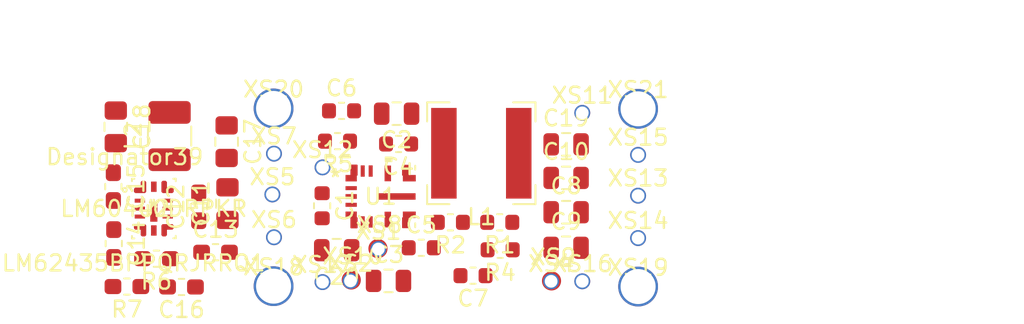
<source format=kicad_pcb>
(kicad_pcb (version 20171130) (host pcbnew "(5.1.5)-3")

  (general
    (thickness 1.6)
    (drawings 32)
    (tracks 0)
    (zones 0)
    (modules 50)
    (nets 24)
  )

  (page A4)
  (title_block
    (title BANO3)
    (date 2021-06-09)
    (rev 0000)
    (company Dolphines)
    (comment 1 0001)
    (comment 2 A.Zobenko)
  )

  (layers
    (0 F.Cu signal)
    (31 B.Cu signal)
    (32 B.Adhes user)
    (33 F.Adhes user)
    (34 B.Paste user)
    (35 F.Paste user)
    (36 B.SilkS user)
    (37 F.SilkS user)
    (38 B.Mask user)
    (39 F.Mask user)
    (40 Dwgs.User user)
    (41 Cmts.User user)
    (42 Eco1.User user)
    (43 Eco2.User user)
    (44 Edge.Cuts user)
    (45 Margin user)
    (46 B.CrtYd user)
    (47 F.CrtYd user)
    (48 B.Fab user)
    (49 F.Fab user)
  )

  (setup
    (last_trace_width 0.25)
    (trace_clearance 0.2)
    (zone_clearance 0.508)
    (zone_45_only no)
    (trace_min 0.2)
    (via_size 0.8)
    (via_drill 0.4)
    (via_min_size 0.4)
    (via_min_drill 0.3)
    (uvia_size 0.3)
    (uvia_drill 0.1)
    (uvias_allowed no)
    (uvia_min_size 0.2)
    (uvia_min_drill 0.1)
    (edge_width 0.05)
    (segment_width 0.2)
    (pcb_text_width 0.3)
    (pcb_text_size 1.5 1.5)
    (mod_edge_width 0.12)
    (mod_text_size 1 1)
    (mod_text_width 0.15)
    (pad_size 1.425 1.75)
    (pad_drill 0)
    (pad_to_mask_clearance 0.051)
    (solder_mask_min_width 0.25)
    (aux_axis_origin 0 0)
    (visible_elements 7FFFFFFF)
    (pcbplotparams
      (layerselection 0x010fc_ffffffff)
      (usegerberextensions false)
      (usegerberattributes false)
      (usegerberadvancedattributes false)
      (creategerberjobfile false)
      (excludeedgelayer true)
      (linewidth 0.100000)
      (plotframeref false)
      (viasonmask false)
      (mode 1)
      (useauxorigin false)
      (hpglpennumber 1)
      (hpglpenspeed 20)
      (hpglpendiameter 15.000000)
      (psnegative false)
      (psa4output false)
      (plotreference true)
      (plotvalue true)
      (plotinvisibletext false)
      (padsonsilk false)
      (subtractmaskfromsilk false)
      (outputformat 1)
      (mirror false)
      (drillshape 1)
      (scaleselection 1)
      (outputdirectory ""))
  )

  (net 0 "")
  (net 1 GND)
  (net 2 "Net-(C1-Pad1)")
  (net 3 VCC)
  (net 4 "Net-(C6-Pad1)")
  (net 5 "Net-(C6-Pad2)")
  (net 6 "Net-(C7-Pad2)")
  (net 7 "Net-(C7-Pad1)")
  (net 8 "Net-(C10-Pad1)")
  (net 9 "Net-(R5-Pad1)")
  (net 10 "Net-(C11-Pad1)")
  (net 11 "Net-(C14-Pad1)")
  (net 12 "Net-(C15-Pad1)")
  (net 13 "Net-(C15-Pad2)")
  (net 14 "Net-(C16-Pad2)")
  (net 15 "Net-(C16-Pad1)")
  (net 16 "Net-(XS13-Pad1)")
  (net 17 "Net-(XS14-Pad1)")
  (net 18 "Net-(XS10-Pad1)")
  (net 19 "Net-(XS11-Pad1)")
  (net 20 "Net-(XS12-Pad1)")
  (net 21 "Net-(XS18-Pad1)")
  (net 22 "Net-(XS19-Pad1)")
  (net 23 "Net-(U1-Pad7)")

  (net_class Default "Это класс цепей по умолчанию."
    (clearance 0.2)
    (trace_width 0.25)
    (via_dia 0.8)
    (via_drill 0.4)
    (uvia_dia 0.3)
    (uvia_drill 0.1)
    (add_net GND)
    (add_net "Net-(C1-Pad1)")
    (add_net "Net-(C10-Pad1)")
    (add_net "Net-(C11-Pad1)")
    (add_net "Net-(C14-Pad1)")
    (add_net "Net-(C15-Pad1)")
    (add_net "Net-(C15-Pad2)")
    (add_net "Net-(C16-Pad1)")
    (add_net "Net-(C16-Pad2)")
    (add_net "Net-(C6-Pad1)")
    (add_net "Net-(C6-Pad2)")
    (add_net "Net-(C7-Pad1)")
    (add_net "Net-(C7-Pad2)")
    (add_net "Net-(R5-Pad1)")
    (add_net "Net-(U1-Pad7)")
    (add_net "Net-(XS10-Pad1)")
    (add_net "Net-(XS11-Pad1)")
    (add_net "Net-(XS12-Pad1)")
    (add_net "Net-(XS13-Pad1)")
    (add_net "Net-(XS14-Pad1)")
    (add_net "Net-(XS18-Pad1)")
    (add_net "Net-(XS19-Pad1)")
    (add_net VCC)
  )

  (module LM60440DRPKR:LM60440DRPKR (layer F.Cu) (tedit 60DA0019) (tstamp 60DA12DF)
    (at 1021.207 1000.4552)
    (path /60E5ED58)
    (fp_text reference U2 (at 0 0) (layer F.SilkS)
      (effects (font (size 1 1) (thickness 0.15)))
    )
    (fp_text value LM60440DRPKR (at 0 0) (layer F.SilkS)
      (effects (font (size 1 1) (thickness 0.15)))
    )
    (fp_circle (center -1.825 -1.174956) (end -1.699999 -1.174956) (layer F.SilkS) (width 0.12))
    (fp_poly (pts (xy 0.575 -1.700032) (xy 0.724997 -1.70003) (xy 0.775 -1.650032) (xy 0.775 -1.325032)
      (xy 0.825 -1.275032) (xy 1.149998 -1.275032) (xy 1.2 -1.225032) (xy 1.199998 -1.075032)
      (xy 1.15 -1.025032) (xy 0.575 -1.025032) (xy 0.525 -1.075032) (xy 0.524998 -1.650032)
      (xy 0.57499 -1.700032)) (layer F.Paste) (width 0.1))
    (fp_poly (pts (xy 0.575 -1.700032) (xy 0.724997 -1.70003) (xy 0.775 -1.650032) (xy 0.775 -1.325032)
      (xy 0.825 -1.275032) (xy 1.149998 -1.275032) (xy 1.2 -1.225032) (xy 1.199998 -1.075032)
      (xy 1.15 -1.025032) (xy 0.575 -1.025032) (xy 0.525 -1.075032) (xy 0.524998 -1.650032)
      (xy 0.57499 -1.700032)) (layer F.Mask) (width 0.1))
    (fp_poly (pts (xy 0.575 -1.700032) (xy 0.724997 -1.70003) (xy 0.775 -1.650032) (xy 0.775 -1.325032)
      (xy 0.825 -1.275032) (xy 1.149998 -1.275032) (xy 1.2 -1.225032) (xy 1.199998 -1.075032)
      (xy 1.15 -1.025032) (xy 0.575 -1.025032) (xy 0.525 -1.075032) (xy 0.524998 -1.650032)
      (xy 0.57499 -1.700032)) (layer F.Cu) (width 0.1))
    (fp_poly (pts (xy -0.574998 1.700032) (xy -0.724997 1.70003) (xy -0.774997 1.650032) (xy -0.774997 1.325032)
      (xy -0.824997 1.275032) (xy -1.149998 1.275032) (xy -1.199998 1.225032) (xy -1.199998 1.075032)
      (xy -1.149998 1.025032) (xy -0.574998 1.025032) (xy -0.524998 1.075032) (xy -0.524998 1.650032)
      (xy -0.574987 1.700032)) (layer F.Paste) (width 0.1))
    (fp_poly (pts (xy -0.574998 1.700032) (xy -0.724997 1.70003) (xy -0.774997 1.650032) (xy -0.774997 1.325032)
      (xy -0.824997 1.275032) (xy -1.149998 1.275032) (xy -1.199998 1.225032) (xy -1.199998 1.075032)
      (xy -1.149998 1.025032) (xy -0.574998 1.025032) (xy -0.524998 1.075032) (xy -0.524998 1.650032)
      (xy -0.574987 1.700032)) (layer F.Mask) (width 0.1))
    (fp_poly (pts (xy -0.574998 1.700032) (xy -0.724997 1.70003) (xy -0.774997 1.650032) (xy -0.774997 1.325032)
      (xy -0.824997 1.275032) (xy -1.149998 1.275032) (xy -1.199998 1.225032) (xy -1.199998 1.075032)
      (xy -1.149998 1.025032) (xy -0.574998 1.025032) (xy -0.524998 1.075032) (xy -0.524998 1.650032)
      (xy -0.574987 1.700032)) (layer F.Cu) (width 0.1))
    (fp_poly (pts (xy 1.2 1.075035) (xy 1.199998 1.225034) (xy 1.15 1.275034) (xy 0.825 1.275034)
      (xy 0.775 1.325034) (xy 0.775 1.650035) (xy 0.725 1.700035) (xy 0.575 1.700035)
      (xy 0.525 1.650035) (xy 0.525 1.075035) (xy 0.575 1.025035) (xy 1.15 1.025035)
      (xy 1.2 1.075025)) (layer F.Paste) (width 0.1))
    (fp_poly (pts (xy 1.2 1.075035) (xy 1.199998 1.225034) (xy 1.15 1.275034) (xy 0.825 1.275034)
      (xy 0.775 1.325034) (xy 0.775 1.650035) (xy 0.725 1.700035) (xy 0.575 1.700035)
      (xy 0.525 1.650035) (xy 0.525 1.075035) (xy 0.575 1.025035) (xy 1.15 1.025035)
      (xy 1.2 1.075025)) (layer F.Mask) (width 0.1))
    (fp_poly (pts (xy 1.2 1.075035) (xy 1.199998 1.225034) (xy 1.15 1.275034) (xy 0.825 1.275034)
      (xy 0.775 1.325034) (xy 0.775 1.650035) (xy 0.725 1.700035) (xy 0.575 1.700035)
      (xy 0.525 1.650035) (xy 0.525 1.075035) (xy 0.575 1.025035) (xy 1.15 1.025035)
      (xy 1.2 1.075025)) (layer F.Cu) (width 0.1))
    (fp_poly (pts (xy -1.200031 -1.224956) (xy -1.150033 -1.274956) (xy -0.825033 -1.274956) (xy -0.775033 -1.324955)
      (xy -0.77503 -1.649954) (xy -0.725033 -1.699956) (xy -0.575031 -1.699956) (xy -0.525031 -1.649956)
      (xy -0.525031 -1.074956) (xy -0.575031 -1.024956) (xy -1.150031 -1.024956) (xy -1.200031 -1.074943)) (layer F.Paste) (width 0.1))
    (fp_poly (pts (xy -1.200031 -1.224956) (xy -1.150033 -1.274956) (xy -0.825033 -1.274956) (xy -0.775033 -1.324955)
      (xy -0.77503 -1.649954) (xy -0.725033 -1.699956) (xy -0.575031 -1.699956) (xy -0.525031 -1.649956)
      (xy -0.525031 -1.074956) (xy -0.575031 -1.024956) (xy -1.150031 -1.024956) (xy -1.200031 -1.074943)) (layer F.Mask) (width 0.1))
    (fp_poly (pts (xy -1.200031 -1.224956) (xy -1.150033 -1.274956) (xy -0.825033 -1.274956) (xy -0.775033 -1.324955)
      (xy -0.77503 -1.649954) (xy -0.725033 -1.699956) (xy -0.575031 -1.699956) (xy -0.525031 -1.649956)
      (xy -0.525031 -1.074956) (xy -0.575031 -1.024956) (xy -1.150031 -1.024956) (xy -1.200031 -1.074943)) (layer F.Cu) (width 0.1))
    (fp_line (start -1.373175 -1.724447) (end -1.373175 -1.874446) (layer F.SilkS) (width 0.12))
    (fp_line (start -1.373175 -1.874446) (end -1.223175 -1.874446) (layer F.SilkS) (width 0.12))
    (fp_line (start 1.374727 1.864639) (end 1.374727 1.71464) (layer F.SilkS) (width 0.12))
    (fp_line (start 1.224727 1.864639) (end 1.374727 1.864639) (layer F.SilkS) (width 0.12))
    (fp_line (start 1.225418 -1.875193) (end 1.375418 -1.875193) (layer F.SilkS) (width 0.12))
    (fp_line (start 1.375418 -1.725191) (end 1.375418 -1.875193) (layer F.SilkS) (width 0.12))
    (fp_line (start -1.373495 1.873956) (end -1.223495 1.873956) (layer F.SilkS) (width 0.12))
    (fp_line (start -1.373495 1.873956) (end -1.373495 1.723956) (layer F.SilkS) (width 0.12))
    (fp_line (start -1.05 -1.549999) (end 1.05 -1.549999) (layer F.Fab) (width 0.1))
    (fp_line (start 1.05 1.549999) (end 1.05 -1.549999) (layer F.Fab) (width 0.1))
    (fp_line (start -1.05 1.549999) (end 1.05 1.549999) (layer F.Fab) (width 0.1))
    (fp_line (start -1.05 1.549999) (end -1.05 -1.549999) (layer F.Fab) (width 0.1))
    (fp_text user Designator39 (at -1.8288 -3.2512) (layer F.SilkS)
      (effects (font (size 1 1) (thickness 0.15)))
    )
    (fp_text user .Designator (at -0.000015 0.000003) (layer Dwgs.User)
      (effects (font (size 1 1) (thickness 0.15)))
    )
    (fp_text user .Designator (at -0.000015 0.000003) (layer F.Fab)
      (effects (font (size 1 1) (thickness 0.15)))
    )
    (fp_text user * (at 0 0) (layer F.Fab)
      (effects (font (size 1 1) (thickness 0.15)))
    )
    (fp_text user * (at 0 0) (layer F.SilkS)
      (effects (font (size 1 1) (thickness 0.15)))
    )
    (fp_text user "Copyright 2021 Accelerated Designs. All rights reserved." (at 0 0) (layer Cmts.User)
      (effects (font (size 0.127 0.127) (thickness 0.002)))
    )
    (pad 13 smd rect (at 0 0.2) (size 0.449999 1.25) (layers F.Cu F.Paste F.Mask)
      (net 1 GND))
    (pad 12 smd rect (at 0 -1.375001) (size 0.349999 0.650001) (layers F.Cu F.Paste F.Mask)
      (net 12 "Net-(C15-Pad1)"))
    (pad 11 smd circle (at 0.693748 -1.193782) (size 0.244109 0.244109) (layers F.Cu F.Paste F.Mask)
      (net 1 GND))
    (pad 10 smd rect (at 0.875 -0.499999) (size 0.650001 0.249999) (layers F.Cu F.Paste F.Mask)
      (net 10 "Net-(C11-Pad1)"))
    (pad 9 smd rect (at 0.875 0) (size 0.650001 0.249999) (layers F.Cu F.Paste F.Mask)
      (net 10 "Net-(C11-Pad1)"))
    (pad 8 smd rect (at 0.875 0.499999) (size 0.650001 0.249999) (layers F.Cu F.Paste F.Mask))
    (pad 7 smd circle (at 0.69375 1.193785 90) (size 0.244109 0.244109) (layers F.Cu F.Paste F.Mask)
      (net 14 "Net-(C16-Pad2)"))
    (pad 6 smd rect (at 0 1.375001) (size 0.349999 0.650001) (layers F.Cu F.Paste F.Mask)
      (net 1 GND))
    (pad 5 smd circle (at -0.693748 1.193782) (size 0.244109 0.244109) (layers F.Cu F.Paste F.Mask)
      (net 11 "Net-(C14-Pad1)"))
    (pad 4 smd rect (at -0.875 0.499999) (size 0.650001 0.249999) (layers F.Cu F.Paste F.Mask)
      (net 13 "Net-(C15-Pad2)"))
    (pad 3 smd rect (at -0.875 0) (size 0.650001 0.249999) (layers F.Cu F.Paste F.Mask))
    (pad 2 smd rect (at -0.875 -0.499999) (size 0.650001 0.249999) (layers F.Cu F.Paste F.Mask)
      (net 10 "Net-(C11-Pad1)"))
    (pad 1 smd circle (at -0.693781 -1.193706 90) (size 0.244109 0.244109) (layers F.Cu F.Paste F.Mask)
      (net 1 GND))
  )

  (module Capacitor_SMD:C_0603_1608Metric (layer F.Cu) (tedit 5B301BBE) (tstamp 60DA1099)
    (at 1031.7734 1000.2773 270)
    (descr "Capacitor SMD 0603 (1608 Metric), square (rectangular) end terminal, IPC_7351 nominal, (Body size source: http://www.tortai-tech.com/upload/download/2011102023233369053.pdf), generated with kicad-footprint-generator")
    (tags capacitor)
    (path /60C3557B)
    (attr smd)
    (fp_text reference C1 (at 0 -1.43 90) (layer F.SilkS)
      (effects (font (size 1 1) (thickness 0.15)))
    )
    (fp_text value 1uF (at 0 1.43 90) (layer F.Fab)
      (effects (font (size 1 1) (thickness 0.15)))
    )
    (fp_text user %R (at 0 0 90) (layer F.Fab)
      (effects (font (size 0.4 0.4) (thickness 0.06)))
    )
    (fp_line (start 1.48 0.73) (end -1.48 0.73) (layer F.CrtYd) (width 0.05))
    (fp_line (start 1.48 -0.73) (end 1.48 0.73) (layer F.CrtYd) (width 0.05))
    (fp_line (start -1.48 -0.73) (end 1.48 -0.73) (layer F.CrtYd) (width 0.05))
    (fp_line (start -1.48 0.73) (end -1.48 -0.73) (layer F.CrtYd) (width 0.05))
    (fp_line (start -0.162779 0.51) (end 0.162779 0.51) (layer F.SilkS) (width 0.12))
    (fp_line (start -0.162779 -0.51) (end 0.162779 -0.51) (layer F.SilkS) (width 0.12))
    (fp_line (start 0.8 0.4) (end -0.8 0.4) (layer F.Fab) (width 0.1))
    (fp_line (start 0.8 -0.4) (end 0.8 0.4) (layer F.Fab) (width 0.1))
    (fp_line (start -0.8 -0.4) (end 0.8 -0.4) (layer F.Fab) (width 0.1))
    (fp_line (start -0.8 0.4) (end -0.8 -0.4) (layer F.Fab) (width 0.1))
    (pad 2 smd roundrect (at 0.7875 0 270) (size 0.875 0.95) (layers F.Cu F.Paste F.Mask) (roundrect_rratio 0.25)
      (net 1 GND))
    (pad 1 smd roundrect (at -0.7875 0 270) (size 0.875 0.95) (layers F.Cu F.Paste F.Mask) (roundrect_rratio 0.25)
      (net 2 "Net-(C1-Pad1)"))
    (model ${KISYS3DMOD}/Capacitor_SMD.3dshapes/C_0603_1608Metric.wrl
      (at (xyz 0 0 0))
      (scale (xyz 1 1 1))
      (rotate (xyz 0 0 0))
    )
  )

  (module Capacitor_SMD:C_0805_2012Metric (layer F.Cu) (tedit 5B36C52B) (tstamp 60DA10AA)
    (at 1036.4493 994.4862 180)
    (descr "Capacitor SMD 0805 (2012 Metric), square (rectangular) end terminal, IPC_7351 nominal, (Body size source: https://docs.google.com/spreadsheets/d/1BsfQQcO9C6DZCsRaXUlFlo91Tg2WpOkGARC1WS5S8t0/edit?usp=sharing), generated with kicad-footprint-generator")
    (tags capacitor)
    (path /60C02A31)
    (attr smd)
    (fp_text reference C2 (at 0 -1.65) (layer F.SilkS)
      (effects (font (size 1 1) (thickness 0.15)))
    )
    (fp_text value 4.7uF (at 0 1.65) (layer F.Fab)
      (effects (font (size 1 1) (thickness 0.15)))
    )
    (fp_line (start -1 0.6) (end -1 -0.6) (layer F.Fab) (width 0.1))
    (fp_line (start -1 -0.6) (end 1 -0.6) (layer F.Fab) (width 0.1))
    (fp_line (start 1 -0.6) (end 1 0.6) (layer F.Fab) (width 0.1))
    (fp_line (start 1 0.6) (end -1 0.6) (layer F.Fab) (width 0.1))
    (fp_line (start -0.258578 -0.71) (end 0.258578 -0.71) (layer F.SilkS) (width 0.12))
    (fp_line (start -0.258578 0.71) (end 0.258578 0.71) (layer F.SilkS) (width 0.12))
    (fp_line (start -1.68 0.95) (end -1.68 -0.95) (layer F.CrtYd) (width 0.05))
    (fp_line (start -1.68 -0.95) (end 1.68 -0.95) (layer F.CrtYd) (width 0.05))
    (fp_line (start 1.68 -0.95) (end 1.68 0.95) (layer F.CrtYd) (width 0.05))
    (fp_line (start 1.68 0.95) (end -1.68 0.95) (layer F.CrtYd) (width 0.05))
    (fp_text user %R (at 0 0) (layer F.Fab)
      (effects (font (size 0.5 0.5) (thickness 0.08)))
    )
    (pad 1 smd roundrect (at -0.9375 0 180) (size 0.975 1.4) (layers F.Cu F.Paste F.Mask) (roundrect_rratio 0.25)
      (net 1 GND))
    (pad 2 smd roundrect (at 0.9375 0 180) (size 0.975 1.4) (layers F.Cu F.Paste F.Mask) (roundrect_rratio 0.25)
      (net 3 VCC))
    (model ${KISYS3DMOD}/Capacitor_SMD.3dshapes/C_0805_2012Metric.wrl
      (at (xyz 0 0 0))
      (scale (xyz 1 1 1))
      (rotate (xyz 0 0 0))
    )
  )

  (module Capacitor_SMD:C_0805_2012Metric (layer F.Cu) (tedit 5B36C52B) (tstamp 60DA10BB)
    (at 1035.9413 1005.0018)
    (descr "Capacitor SMD 0805 (2012 Metric), square (rectangular) end terminal, IPC_7351 nominal, (Body size source: https://docs.google.com/spreadsheets/d/1BsfQQcO9C6DZCsRaXUlFlo91Tg2WpOkGARC1WS5S8t0/edit?usp=sharing), generated with kicad-footprint-generator")
    (tags capacitor)
    (path /60BFA4F2)
    (attr smd)
    (fp_text reference C3 (at 0 -1.65) (layer F.SilkS)
      (effects (font (size 1 1) (thickness 0.15)))
    )
    (fp_text value 4.7uF (at 0 1.65) (layer F.Fab)
      (effects (font (size 1 1) (thickness 0.15)))
    )
    (fp_line (start -1 0.6) (end -1 -0.6) (layer F.Fab) (width 0.1))
    (fp_line (start -1 -0.6) (end 1 -0.6) (layer F.Fab) (width 0.1))
    (fp_line (start 1 -0.6) (end 1 0.6) (layer F.Fab) (width 0.1))
    (fp_line (start 1 0.6) (end -1 0.6) (layer F.Fab) (width 0.1))
    (fp_line (start -0.258578 -0.71) (end 0.258578 -0.71) (layer F.SilkS) (width 0.12))
    (fp_line (start -0.258578 0.71) (end 0.258578 0.71) (layer F.SilkS) (width 0.12))
    (fp_line (start -1.68 0.95) (end -1.68 -0.95) (layer F.CrtYd) (width 0.05))
    (fp_line (start -1.68 -0.95) (end 1.68 -0.95) (layer F.CrtYd) (width 0.05))
    (fp_line (start 1.68 -0.95) (end 1.68 0.95) (layer F.CrtYd) (width 0.05))
    (fp_line (start 1.68 0.95) (end -1.68 0.95) (layer F.CrtYd) (width 0.05))
    (fp_text user %R (at 0 0) (layer F.Fab)
      (effects (font (size 0.5 0.5) (thickness 0.08)))
    )
    (pad 1 smd roundrect (at -0.9375 0) (size 0.975 1.4) (layers F.Cu F.Paste F.Mask) (roundrect_rratio 0.25)
      (net 3 VCC))
    (pad 2 smd roundrect (at 0.9375 0) (size 0.975 1.4) (layers F.Cu F.Paste F.Mask) (roundrect_rratio 0.25)
      (net 1 GND))
    (model ${KISYS3DMOD}/Capacitor_SMD.3dshapes/C_0805_2012Metric.wrl
      (at (xyz 0 0 0))
      (scale (xyz 1 1 1))
      (rotate (xyz 0 0 0))
    )
  )

  (module Capacitor_SMD:C_0603_1608Metric (layer F.Cu) (tedit 5B301BBE) (tstamp 60DA10CC)
    (at 1036.5739 996.3912 180)
    (descr "Capacitor SMD 0603 (1608 Metric), square (rectangular) end terminal, IPC_7351 nominal, (Body size source: http://www.tortai-tech.com/upload/download/2011102023233369053.pdf), generated with kicad-footprint-generator")
    (tags capacitor)
    (path /60C1A404)
    (attr smd)
    (fp_text reference C4 (at 0 -1.43) (layer F.SilkS)
      (effects (font (size 1 1) (thickness 0.15)))
    )
    (fp_text value 2.2nF (at 0 1.43) (layer F.Fab)
      (effects (font (size 1 1) (thickness 0.15)))
    )
    (fp_line (start -0.8 0.4) (end -0.8 -0.4) (layer F.Fab) (width 0.1))
    (fp_line (start -0.8 -0.4) (end 0.8 -0.4) (layer F.Fab) (width 0.1))
    (fp_line (start 0.8 -0.4) (end 0.8 0.4) (layer F.Fab) (width 0.1))
    (fp_line (start 0.8 0.4) (end -0.8 0.4) (layer F.Fab) (width 0.1))
    (fp_line (start -0.162779 -0.51) (end 0.162779 -0.51) (layer F.SilkS) (width 0.12))
    (fp_line (start -0.162779 0.51) (end 0.162779 0.51) (layer F.SilkS) (width 0.12))
    (fp_line (start -1.48 0.73) (end -1.48 -0.73) (layer F.CrtYd) (width 0.05))
    (fp_line (start -1.48 -0.73) (end 1.48 -0.73) (layer F.CrtYd) (width 0.05))
    (fp_line (start 1.48 -0.73) (end 1.48 0.73) (layer F.CrtYd) (width 0.05))
    (fp_line (start 1.48 0.73) (end -1.48 0.73) (layer F.CrtYd) (width 0.05))
    (fp_text user %R (at 0 0) (layer F.Fab)
      (effects (font (size 0.4 0.4) (thickness 0.06)))
    )
    (pad 1 smd roundrect (at -0.7875 0 180) (size 0.875 0.95) (layers F.Cu F.Paste F.Mask) (roundrect_rratio 0.25)
      (net 1 GND))
    (pad 2 smd roundrect (at 0.7875 0 180) (size 0.875 0.95) (layers F.Cu F.Paste F.Mask) (roundrect_rratio 0.25)
      (net 3 VCC))
    (model ${KISYS3DMOD}/Capacitor_SMD.3dshapes/C_0603_1608Metric.wrl
      (at (xyz 0 0 0))
      (scale (xyz 1 1 1))
      (rotate (xyz 0 0 0))
    )
  )

  (module Capacitor_SMD:C_0805_2012Metric (layer F.Cu) (tedit 5B36C52B) (tstamp 60DA1110)
    (at 1047.0919 1000.6838)
    (descr "Capacitor SMD 0805 (2012 Metric), square (rectangular) end terminal, IPC_7351 nominal, (Body size source: https://docs.google.com/spreadsheets/d/1BsfQQcO9C6DZCsRaXUlFlo91Tg2WpOkGARC1WS5S8t0/edit?usp=sharing), generated with kicad-footprint-generator")
    (tags capacitor)
    (path /60BFB075)
    (attr smd)
    (fp_text reference C8 (at 0 -1.65) (layer F.SilkS)
      (effects (font (size 1 1) (thickness 0.15)))
    )
    (fp_text value 22uF (at 0 1.65) (layer F.Fab)
      (effects (font (size 1 1) (thickness 0.15)))
    )
    (fp_text user %R (at 0 0) (layer F.Fab)
      (effects (font (size 0.5 0.5) (thickness 0.08)))
    )
    (fp_line (start 1.68 0.95) (end -1.68 0.95) (layer F.CrtYd) (width 0.05))
    (fp_line (start 1.68 -0.95) (end 1.68 0.95) (layer F.CrtYd) (width 0.05))
    (fp_line (start -1.68 -0.95) (end 1.68 -0.95) (layer F.CrtYd) (width 0.05))
    (fp_line (start -1.68 0.95) (end -1.68 -0.95) (layer F.CrtYd) (width 0.05))
    (fp_line (start -0.258578 0.71) (end 0.258578 0.71) (layer F.SilkS) (width 0.12))
    (fp_line (start -0.258578 -0.71) (end 0.258578 -0.71) (layer F.SilkS) (width 0.12))
    (fp_line (start 1 0.6) (end -1 0.6) (layer F.Fab) (width 0.1))
    (fp_line (start 1 -0.6) (end 1 0.6) (layer F.Fab) (width 0.1))
    (fp_line (start -1 -0.6) (end 1 -0.6) (layer F.Fab) (width 0.1))
    (fp_line (start -1 0.6) (end -1 -0.6) (layer F.Fab) (width 0.1))
    (pad 2 smd roundrect (at 0.9375 0) (size 0.975 1.4) (layers F.Cu F.Paste F.Mask) (roundrect_rratio 0.25)
      (net 1 GND))
    (pad 1 smd roundrect (at -0.9375 0) (size 0.975 1.4) (layers F.Cu F.Paste F.Mask) (roundrect_rratio 0.25)
      (net 8 "Net-(C10-Pad1)"))
    (model ${KISYS3DMOD}/Capacitor_SMD.3dshapes/C_0805_2012Metric.wrl
      (at (xyz 0 0 0))
      (scale (xyz 1 1 1))
      (rotate (xyz 0 0 0))
    )
  )

  (module Capacitor_SMD:C_0805_2012Metric (layer F.Cu) (tedit 5B36C52B) (tstamp 60DA1121)
    (at 1047.0896 1002.919)
    (descr "Capacitor SMD 0805 (2012 Metric), square (rectangular) end terminal, IPC_7351 nominal, (Body size source: https://docs.google.com/spreadsheets/d/1BsfQQcO9C6DZCsRaXUlFlo91Tg2WpOkGARC1WS5S8t0/edit?usp=sharing), generated with kicad-footprint-generator")
    (tags capacitor)
    (path /60C0D3AE)
    (attr smd)
    (fp_text reference C9 (at 0 -1.65) (layer F.SilkS)
      (effects (font (size 1 1) (thickness 0.15)))
    )
    (fp_text value 22uF (at 0 1.65) (layer F.Fab)
      (effects (font (size 1 1) (thickness 0.15)))
    )
    (fp_line (start -1 0.6) (end -1 -0.6) (layer F.Fab) (width 0.1))
    (fp_line (start -1 -0.6) (end 1 -0.6) (layer F.Fab) (width 0.1))
    (fp_line (start 1 -0.6) (end 1 0.6) (layer F.Fab) (width 0.1))
    (fp_line (start 1 0.6) (end -1 0.6) (layer F.Fab) (width 0.1))
    (fp_line (start -0.258578 -0.71) (end 0.258578 -0.71) (layer F.SilkS) (width 0.12))
    (fp_line (start -0.258578 0.71) (end 0.258578 0.71) (layer F.SilkS) (width 0.12))
    (fp_line (start -1.68 0.95) (end -1.68 -0.95) (layer F.CrtYd) (width 0.05))
    (fp_line (start -1.68 -0.95) (end 1.68 -0.95) (layer F.CrtYd) (width 0.05))
    (fp_line (start 1.68 -0.95) (end 1.68 0.95) (layer F.CrtYd) (width 0.05))
    (fp_line (start 1.68 0.95) (end -1.68 0.95) (layer F.CrtYd) (width 0.05))
    (fp_text user %R (at 0 0) (layer F.Fab)
      (effects (font (size 0.5 0.5) (thickness 0.08)))
    )
    (pad 1 smd roundrect (at -0.9375 0) (size 0.975 1.4) (layers F.Cu F.Paste F.Mask) (roundrect_rratio 0.25)
      (net 8 "Net-(C10-Pad1)"))
    (pad 2 smd roundrect (at 0.9375 0) (size 0.975 1.4) (layers F.Cu F.Paste F.Mask) (roundrect_rratio 0.25)
      (net 1 GND))
    (model ${KISYS3DMOD}/Capacitor_SMD.3dshapes/C_0805_2012Metric.wrl
      (at (xyz 0 0 0))
      (scale (xyz 1 1 1))
      (rotate (xyz 0 0 0))
    )
  )

  (module Capacitor_SMD:C_0805_2012Metric (layer F.Cu) (tedit 5B36C52B) (tstamp 60DA1132)
    (at 1047.0919 998.5248)
    (descr "Capacitor SMD 0805 (2012 Metric), square (rectangular) end terminal, IPC_7351 nominal, (Body size source: https://docs.google.com/spreadsheets/d/1BsfQQcO9C6DZCsRaXUlFlo91Tg2WpOkGARC1WS5S8t0/edit?usp=sharing), generated with kicad-footprint-generator")
    (tags capacitor)
    (path /60C0DCE3)
    (attr smd)
    (fp_text reference C10 (at 0 -1.65) (layer F.SilkS)
      (effects (font (size 1 1) (thickness 0.15)))
    )
    (fp_text value 22uF (at 0 1.65) (layer F.Fab)
      (effects (font (size 1 1) (thickness 0.15)))
    )
    (fp_line (start -1 0.6) (end -1 -0.6) (layer F.Fab) (width 0.1))
    (fp_line (start -1 -0.6) (end 1 -0.6) (layer F.Fab) (width 0.1))
    (fp_line (start 1 -0.6) (end 1 0.6) (layer F.Fab) (width 0.1))
    (fp_line (start 1 0.6) (end -1 0.6) (layer F.Fab) (width 0.1))
    (fp_line (start -0.258578 -0.71) (end 0.258578 -0.71) (layer F.SilkS) (width 0.12))
    (fp_line (start -0.258578 0.71) (end 0.258578 0.71) (layer F.SilkS) (width 0.12))
    (fp_line (start -1.68 0.95) (end -1.68 -0.95) (layer F.CrtYd) (width 0.05))
    (fp_line (start -1.68 -0.95) (end 1.68 -0.95) (layer F.CrtYd) (width 0.05))
    (fp_line (start 1.68 -0.95) (end 1.68 0.95) (layer F.CrtYd) (width 0.05))
    (fp_line (start 1.68 0.95) (end -1.68 0.95) (layer F.CrtYd) (width 0.05))
    (fp_text user %R (at 0 0) (layer F.Fab)
      (effects (font (size 0.5 0.5) (thickness 0.08)))
    )
    (pad 1 smd roundrect (at -0.9375 0) (size 0.975 1.4) (layers F.Cu F.Paste F.Mask) (roundrect_rratio 0.25)
      (net 8 "Net-(C10-Pad1)"))
    (pad 2 smd roundrect (at 0.9375 0) (size 0.975 1.4) (layers F.Cu F.Paste F.Mask) (roundrect_rratio 0.25)
      (net 1 GND))
    (model ${KISYS3DMOD}/Capacitor_SMD.3dshapes/C_0805_2012Metric.wrl
      (at (xyz 0 0 0))
      (scale (xyz 1 1 1))
      (rotate (xyz 0 0 0))
    )
  )

  (module Capacitor_SMD:C_0805_2012Metric_Pad1.15x1.40mm_HandSolder (layer F.Cu) (tedit 5B36C52B) (tstamp 60DA1143)
    (at 1025.8298 1000.1414 90)
    (descr "Capacitor SMD 0805 (2012 Metric), square (rectangular) end terminal, IPC_7351 nominal with elongated pad for handsoldering. (Body size source: https://docs.google.com/spreadsheets/d/1BsfQQcO9C6DZCsRaXUlFlo91Tg2WpOkGARC1WS5S8t0/edit?usp=sharing), generated with kicad-footprint-generator")
    (tags "capacitor handsolder")
    (path /60DD1B43)
    (attr smd)
    (fp_text reference C11 (at 0 -1.65 90) (layer F.SilkS)
      (effects (font (size 1 1) (thickness 0.15)))
    )
    (fp_text value C (at 0 1.65 90) (layer F.Fab)
      (effects (font (size 1 1) (thickness 0.15)))
    )
    (fp_line (start -1 0.6) (end -1 -0.6) (layer F.Fab) (width 0.1))
    (fp_line (start -1 -0.6) (end 1 -0.6) (layer F.Fab) (width 0.1))
    (fp_line (start 1 -0.6) (end 1 0.6) (layer F.Fab) (width 0.1))
    (fp_line (start 1 0.6) (end -1 0.6) (layer F.Fab) (width 0.1))
    (fp_line (start -0.261252 -0.71) (end 0.261252 -0.71) (layer F.SilkS) (width 0.12))
    (fp_line (start -0.261252 0.71) (end 0.261252 0.71) (layer F.SilkS) (width 0.12))
    (fp_line (start -1.85 0.95) (end -1.85 -0.95) (layer F.CrtYd) (width 0.05))
    (fp_line (start -1.85 -0.95) (end 1.85 -0.95) (layer F.CrtYd) (width 0.05))
    (fp_line (start 1.85 -0.95) (end 1.85 0.95) (layer F.CrtYd) (width 0.05))
    (fp_line (start 1.85 0.95) (end -1.85 0.95) (layer F.CrtYd) (width 0.05))
    (fp_text user %R (at 0 0 90) (layer F.Fab)
      (effects (font (size 0.5 0.5) (thickness 0.08)))
    )
    (pad 1 smd roundrect (at -1.025 0 90) (size 1.15 1.4) (layers F.Cu F.Paste F.Mask) (roundrect_rratio 0.217391)
      (net 10 "Net-(C11-Pad1)"))
    (pad 2 smd roundrect (at 1.025 0 90) (size 1.15 1.4) (layers F.Cu F.Paste F.Mask) (roundrect_rratio 0.217391)
      (net 1 GND))
    (model ${KISYS3DMOD}/Capacitor_SMD.3dshapes/C_0805_2012Metric.wrl
      (at (xyz 0 0 0))
      (scale (xyz 1 1 1))
      (rotate (xyz 0 0 0))
    )
  )

  (module Capacitor_SMD:C_0603_1608Metric_Pad1.05x0.95mm_HandSolder (layer F.Cu) (tedit 5B301BBE) (tstamp 60DA1154)
    (at 1024.0264 1000.3422 90)
    (descr "Capacitor SMD 0603 (1608 Metric), square (rectangular) end terminal, IPC_7351 nominal with elongated pad for handsoldering. (Body size source: http://www.tortai-tech.com/upload/download/2011102023233369053.pdf), generated with kicad-footprint-generator")
    (tags "capacitor handsolder")
    (path /60DCF867)
    (attr smd)
    (fp_text reference C12 (at 0 -1.43 90) (layer F.SilkS)
      (effects (font (size 1 1) (thickness 0.15)))
    )
    (fp_text value C (at 0 1.43 90) (layer F.Fab)
      (effects (font (size 1 1) (thickness 0.15)))
    )
    (fp_text user %R (at 0 0 90) (layer F.Fab)
      (effects (font (size 0.4 0.4) (thickness 0.06)))
    )
    (fp_line (start 1.65 0.73) (end -1.65 0.73) (layer F.CrtYd) (width 0.05))
    (fp_line (start 1.65 -0.73) (end 1.65 0.73) (layer F.CrtYd) (width 0.05))
    (fp_line (start -1.65 -0.73) (end 1.65 -0.73) (layer F.CrtYd) (width 0.05))
    (fp_line (start -1.65 0.73) (end -1.65 -0.73) (layer F.CrtYd) (width 0.05))
    (fp_line (start -0.171267 0.51) (end 0.171267 0.51) (layer F.SilkS) (width 0.12))
    (fp_line (start -0.171267 -0.51) (end 0.171267 -0.51) (layer F.SilkS) (width 0.12))
    (fp_line (start 0.8 0.4) (end -0.8 0.4) (layer F.Fab) (width 0.1))
    (fp_line (start 0.8 -0.4) (end 0.8 0.4) (layer F.Fab) (width 0.1))
    (fp_line (start -0.8 -0.4) (end 0.8 -0.4) (layer F.Fab) (width 0.1))
    (fp_line (start -0.8 0.4) (end -0.8 -0.4) (layer F.Fab) (width 0.1))
    (pad 2 smd roundrect (at 0.875 0 90) (size 1.05 0.95) (layers F.Cu F.Paste F.Mask) (roundrect_rratio 0.25)
      (net 1 GND))
    (pad 1 smd roundrect (at -0.875 0 90) (size 1.05 0.95) (layers F.Cu F.Paste F.Mask) (roundrect_rratio 0.25)
      (net 10 "Net-(C11-Pad1)"))
    (model ${KISYS3DMOD}/Capacitor_SMD.3dshapes/C_0603_1608Metric.wrl
      (at (xyz 0 0 0))
      (scale (xyz 1 1 1))
      (rotate (xyz 0 0 0))
    )
  )

  (module Capacitor_SMD:C_0603_1608Metric_Pad1.05x0.95mm_HandSolder (layer F.Cu) (tedit 5B301BBE) (tstamp 60DA1165)
    (at 1025.0818 1003.1984)
    (descr "Capacitor SMD 0603 (1608 Metric), square (rectangular) end terminal, IPC_7351 nominal with elongated pad for handsoldering. (Body size source: http://www.tortai-tech.com/upload/download/2011102023233369053.pdf), generated with kicad-footprint-generator")
    (tags "capacitor handsolder")
    (path /60DCE5F3)
    (attr smd)
    (fp_text reference C13 (at 0 -1.43) (layer F.SilkS)
      (effects (font (size 1 1) (thickness 0.15)))
    )
    (fp_text value C (at 0 1.43) (layer F.Fab)
      (effects (font (size 1 1) (thickness 0.15)))
    )
    (fp_line (start -0.8 0.4) (end -0.8 -0.4) (layer F.Fab) (width 0.1))
    (fp_line (start -0.8 -0.4) (end 0.8 -0.4) (layer F.Fab) (width 0.1))
    (fp_line (start 0.8 -0.4) (end 0.8 0.4) (layer F.Fab) (width 0.1))
    (fp_line (start 0.8 0.4) (end -0.8 0.4) (layer F.Fab) (width 0.1))
    (fp_line (start -0.171267 -0.51) (end 0.171267 -0.51) (layer F.SilkS) (width 0.12))
    (fp_line (start -0.171267 0.51) (end 0.171267 0.51) (layer F.SilkS) (width 0.12))
    (fp_line (start -1.65 0.73) (end -1.65 -0.73) (layer F.CrtYd) (width 0.05))
    (fp_line (start -1.65 -0.73) (end 1.65 -0.73) (layer F.CrtYd) (width 0.05))
    (fp_line (start 1.65 -0.73) (end 1.65 0.73) (layer F.CrtYd) (width 0.05))
    (fp_line (start 1.65 0.73) (end -1.65 0.73) (layer F.CrtYd) (width 0.05))
    (fp_text user %R (at 0 0) (layer F.Fab)
      (effects (font (size 0.4 0.4) (thickness 0.06)))
    )
    (pad 1 smd roundrect (at -0.875 0) (size 1.05 0.95) (layers F.Cu F.Paste F.Mask) (roundrect_rratio 0.25)
      (net 10 "Net-(C11-Pad1)"))
    (pad 2 smd roundrect (at 0.875 0) (size 1.05 0.95) (layers F.Cu F.Paste F.Mask) (roundrect_rratio 0.25)
      (net 1 GND))
    (model ${KISYS3DMOD}/Capacitor_SMD.3dshapes/C_0603_1608Metric.wrl
      (at (xyz 0 0 0))
      (scale (xyz 1 1 1))
      (rotate (xyz 0 0 0))
    )
  )

  (module Capacitor_SMD:C_0603_1608Metric_Pad1.05x0.95mm_HandSolder (layer F.Cu) (tedit 60D9FA39) (tstamp 60DA1176)
    (at 1018.6924 1002.651 270)
    (descr "Capacitor SMD 0603 (1608 Metric), square (rectangular) end terminal, IPC_7351 nominal with elongated pad for handsoldering. (Body size source: http://www.tortai-tech.com/upload/download/2011102023233369053.pdf), generated with kicad-footprint-generator")
    (tags "capacitor handsolder")
    (path /60DD3F8A)
    (attr smd)
    (fp_text reference C14 (at 0 -1.43 90) (layer F.SilkS)
      (effects (font (size 1 1) (thickness 0.15)))
    )
    (fp_text value C (at 0 1.43 90) (layer F.Fab)
      (effects (font (size 1 1) (thickness 0.15)))
    )
    (fp_line (start -0.8 0.4) (end -0.8 -0.4) (layer F.Fab) (width 0.1))
    (fp_line (start -0.8 -0.4) (end 0.8 -0.4) (layer F.Fab) (width 0.1))
    (fp_line (start 0.8 -0.4) (end 0.8 0.4) (layer F.Fab) (width 0.1))
    (fp_line (start 0.8 0.4) (end -0.8 0.4) (layer F.Fab) (width 0.1))
    (fp_line (start -0.171267 -0.51) (end 0.171267 -0.51) (layer F.SilkS) (width 0.12))
    (fp_line (start -0.171267 0.51) (end 0.171267 0.51) (layer F.SilkS) (width 0.12))
    (fp_line (start -1.65 0.73) (end -1.65 -0.73) (layer F.CrtYd) (width 0.05))
    (fp_line (start -1.65 -0.73) (end 1.65 -0.73) (layer F.CrtYd) (width 0.05))
    (fp_line (start 1.65 -0.73) (end 1.65 0.73) (layer F.CrtYd) (width 0.05))
    (fp_line (start 1.65 0.73) (end -1.65 0.73) (layer F.CrtYd) (width 0.05))
    (fp_text user %R (at 0 0 90) (layer F.Fab)
      (effects (font (size 0.4 0.4) (thickness 0.06)))
    )
    (pad 1 smd roundrect (at -0.875 0 270) (size 1.05 0.95) (layers F.Cu F.Paste F.Mask) (roundrect_rratio 0.25)
      (net 11 "Net-(C14-Pad1)"))
    (pad 2 smd roundrect (at 0.875 0 270) (size 1.05 0.95) (layers F.Cu F.Paste F.Mask) (roundrect_rratio 0.25)
      (net 1 GND))
    (model ${KISYS3DMOD}/Capacitor_SMD.3dshapes/C_0603_1608Metric.wrl
      (at (xyz 0 0 0))
      (scale (xyz 1 1 1))
      (rotate (xyz 0 0 0))
    )
  )

  (module Capacitor_SMD:C_0603_1608Metric_Pad1.05x0.95mm_HandSolder (layer F.Cu) (tedit 5B301BBE) (tstamp 60DA1187)
    (at 1018.667 999.0722 270)
    (descr "Capacitor SMD 0603 (1608 Metric), square (rectangular) end terminal, IPC_7351 nominal with elongated pad for handsoldering. (Body size source: http://www.tortai-tech.com/upload/download/2011102023233369053.pdf), generated with kicad-footprint-generator")
    (tags "capacitor handsolder")
    (path /60DA3BF9)
    (attr smd)
    (fp_text reference C15 (at 0 -1.43 90) (layer F.SilkS)
      (effects (font (size 1 1) (thickness 0.15)))
    )
    (fp_text value C (at 0 1.43 90) (layer F.Fab)
      (effects (font (size 1 1) (thickness 0.15)))
    )
    (fp_line (start -0.8 0.4) (end -0.8 -0.4) (layer F.Fab) (width 0.1))
    (fp_line (start -0.8 -0.4) (end 0.8 -0.4) (layer F.Fab) (width 0.1))
    (fp_line (start 0.8 -0.4) (end 0.8 0.4) (layer F.Fab) (width 0.1))
    (fp_line (start 0.8 0.4) (end -0.8 0.4) (layer F.Fab) (width 0.1))
    (fp_line (start -0.171267 -0.51) (end 0.171267 -0.51) (layer F.SilkS) (width 0.12))
    (fp_line (start -0.171267 0.51) (end 0.171267 0.51) (layer F.SilkS) (width 0.12))
    (fp_line (start -1.65 0.73) (end -1.65 -0.73) (layer F.CrtYd) (width 0.05))
    (fp_line (start -1.65 -0.73) (end 1.65 -0.73) (layer F.CrtYd) (width 0.05))
    (fp_line (start 1.65 -0.73) (end 1.65 0.73) (layer F.CrtYd) (width 0.05))
    (fp_line (start 1.65 0.73) (end -1.65 0.73) (layer F.CrtYd) (width 0.05))
    (fp_text user %R (at 0 0 90) (layer F.Fab)
      (effects (font (size 0.4 0.4) (thickness 0.06)))
    )
    (pad 1 smd roundrect (at -0.875 0 270) (size 1.05 0.95) (layers F.Cu F.Paste F.Mask) (roundrect_rratio 0.25)
      (net 12 "Net-(C15-Pad1)"))
    (pad 2 smd roundrect (at 0.875 0 270) (size 1.05 0.95) (layers F.Cu F.Paste F.Mask) (roundrect_rratio 0.25)
      (net 13 "Net-(C15-Pad2)"))
    (model ${KISYS3DMOD}/Capacitor_SMD.3dshapes/C_0603_1608Metric.wrl
      (at (xyz 0 0 0))
      (scale (xyz 1 1 1))
      (rotate (xyz 0 0 0))
    )
  )

  (module Capacitor_SMD:C_0603_1608Metric_Pad1.05x0.95mm_HandSolder (layer F.Cu) (tedit 5B301BBE) (tstamp 60DA1198)
    (at 1022.9456 1005.3828 180)
    (descr "Capacitor SMD 0603 (1608 Metric), square (rectangular) end terminal, IPC_7351 nominal with elongated pad for handsoldering. (Body size source: http://www.tortai-tech.com/upload/download/2011102023233369053.pdf), generated with kicad-footprint-generator")
    (tags "capacitor handsolder")
    (path /60DB4658)
    (attr smd)
    (fp_text reference C16 (at 0 -1.43) (layer F.SilkS)
      (effects (font (size 1 1) (thickness 0.15)))
    )
    (fp_text value C (at 0 1.43) (layer F.Fab)
      (effects (font (size 1 1) (thickness 0.15)))
    )
    (fp_text user %R (at 0 0) (layer F.Fab)
      (effects (font (size 0.4 0.4) (thickness 0.06)))
    )
    (fp_line (start 1.65 0.73) (end -1.65 0.73) (layer F.CrtYd) (width 0.05))
    (fp_line (start 1.65 -0.73) (end 1.65 0.73) (layer F.CrtYd) (width 0.05))
    (fp_line (start -1.65 -0.73) (end 1.65 -0.73) (layer F.CrtYd) (width 0.05))
    (fp_line (start -1.65 0.73) (end -1.65 -0.73) (layer F.CrtYd) (width 0.05))
    (fp_line (start -0.171267 0.51) (end 0.171267 0.51) (layer F.SilkS) (width 0.12))
    (fp_line (start -0.171267 -0.51) (end 0.171267 -0.51) (layer F.SilkS) (width 0.12))
    (fp_line (start 0.8 0.4) (end -0.8 0.4) (layer F.Fab) (width 0.1))
    (fp_line (start 0.8 -0.4) (end 0.8 0.4) (layer F.Fab) (width 0.1))
    (fp_line (start -0.8 -0.4) (end 0.8 -0.4) (layer F.Fab) (width 0.1))
    (fp_line (start -0.8 0.4) (end -0.8 -0.4) (layer F.Fab) (width 0.1))
    (pad 2 smd roundrect (at 0.875 0 180) (size 1.05 0.95) (layers F.Cu F.Paste F.Mask) (roundrect_rratio 0.25)
      (net 14 "Net-(C16-Pad2)"))
    (pad 1 smd roundrect (at -0.875 0 180) (size 1.05 0.95) (layers F.Cu F.Paste F.Mask) (roundrect_rratio 0.25)
      (net 15 "Net-(C16-Pad1)"))
    (model ${KISYS3DMOD}/Capacitor_SMD.3dshapes/C_0603_1608Metric.wrl
      (at (xyz 0 0 0))
      (scale (xyz 1 1 1))
      (rotate (xyz 0 0 0))
    )
  )

  (module Capacitor_SMD:C_0805_2012Metric_Pad1.15x1.40mm_HandSolder (layer F.Cu) (tedit 5B36C52B) (tstamp 60DA11A9)
    (at 1025.779 996.2478 270)
    (descr "Capacitor SMD 0805 (2012 Metric), square (rectangular) end terminal, IPC_7351 nominal with elongated pad for handsoldering. (Body size source: https://docs.google.com/spreadsheets/d/1BsfQQcO9C6DZCsRaXUlFlo91Tg2WpOkGARC1WS5S8t0/edit?usp=sharing), generated with kicad-footprint-generator")
    (tags "capacitor handsolder")
    (path /60DB54E0)
    (attr smd)
    (fp_text reference C17 (at 0 -1.65 90) (layer F.SilkS)
      (effects (font (size 1 1) (thickness 0.15)))
    )
    (fp_text value C (at 0 1.65 90) (layer F.Fab)
      (effects (font (size 1 1) (thickness 0.15)))
    )
    (fp_line (start -1 0.6) (end -1 -0.6) (layer F.Fab) (width 0.1))
    (fp_line (start -1 -0.6) (end 1 -0.6) (layer F.Fab) (width 0.1))
    (fp_line (start 1 -0.6) (end 1 0.6) (layer F.Fab) (width 0.1))
    (fp_line (start 1 0.6) (end -1 0.6) (layer F.Fab) (width 0.1))
    (fp_line (start -0.261252 -0.71) (end 0.261252 -0.71) (layer F.SilkS) (width 0.12))
    (fp_line (start -0.261252 0.71) (end 0.261252 0.71) (layer F.SilkS) (width 0.12))
    (fp_line (start -1.85 0.95) (end -1.85 -0.95) (layer F.CrtYd) (width 0.05))
    (fp_line (start -1.85 -0.95) (end 1.85 -0.95) (layer F.CrtYd) (width 0.05))
    (fp_line (start 1.85 -0.95) (end 1.85 0.95) (layer F.CrtYd) (width 0.05))
    (fp_line (start 1.85 0.95) (end -1.85 0.95) (layer F.CrtYd) (width 0.05))
    (fp_text user %R (at 0 0 90) (layer F.Fab)
      (effects (font (size 0.5 0.5) (thickness 0.08)))
    )
    (pad 1 smd roundrect (at -1.025 0 270) (size 1.15 1.4) (layers F.Cu F.Paste F.Mask) (roundrect_rratio 0.217391)
      (net 15 "Net-(C16-Pad1)"))
    (pad 2 smd roundrect (at 1.025 0 270) (size 1.15 1.4) (layers F.Cu F.Paste F.Mask) (roundrect_rratio 0.217391)
      (net 1 GND))
    (model ${KISYS3DMOD}/Capacitor_SMD.3dshapes/C_0805_2012Metric.wrl
      (at (xyz 0 0 0))
      (scale (xyz 1 1 1))
      (rotate (xyz 0 0 0))
    )
  )

  (module Capacitor_SMD:C_0805_2012Metric_Pad1.15x1.40mm_HandSolder (layer F.Cu) (tedit 5B36C52B) (tstamp 60DA11BA)
    (at 1018.8194 995.3154 270)
    (descr "Capacitor SMD 0805 (2012 Metric), square (rectangular) end terminal, IPC_7351 nominal with elongated pad for handsoldering. (Body size source: https://docs.google.com/spreadsheets/d/1BsfQQcO9C6DZCsRaXUlFlo91Tg2WpOkGARC1WS5S8t0/edit?usp=sharing), generated with kicad-footprint-generator")
    (tags "capacitor handsolder")
    (path /60DB8DCA)
    (attr smd)
    (fp_text reference C18 (at 0 -1.65 90) (layer F.SilkS)
      (effects (font (size 1 1) (thickness 0.15)))
    )
    (fp_text value C (at 0 1.65 90) (layer F.Fab)
      (effects (font (size 1 1) (thickness 0.15)))
    )
    (fp_text user %R (at 0 0 90) (layer F.Fab)
      (effects (font (size 0.5 0.5) (thickness 0.08)))
    )
    (fp_line (start 1.85 0.95) (end -1.85 0.95) (layer F.CrtYd) (width 0.05))
    (fp_line (start 1.85 -0.95) (end 1.85 0.95) (layer F.CrtYd) (width 0.05))
    (fp_line (start -1.85 -0.95) (end 1.85 -0.95) (layer F.CrtYd) (width 0.05))
    (fp_line (start -1.85 0.95) (end -1.85 -0.95) (layer F.CrtYd) (width 0.05))
    (fp_line (start -0.261252 0.71) (end 0.261252 0.71) (layer F.SilkS) (width 0.12))
    (fp_line (start -0.261252 -0.71) (end 0.261252 -0.71) (layer F.SilkS) (width 0.12))
    (fp_line (start 1 0.6) (end -1 0.6) (layer F.Fab) (width 0.1))
    (fp_line (start 1 -0.6) (end 1 0.6) (layer F.Fab) (width 0.1))
    (fp_line (start -1 -0.6) (end 1 -0.6) (layer F.Fab) (width 0.1))
    (fp_line (start -1 0.6) (end -1 -0.6) (layer F.Fab) (width 0.1))
    (pad 2 smd roundrect (at 1.025 0 270) (size 1.15 1.4) (layers F.Cu F.Paste F.Mask) (roundrect_rratio 0.217391)
      (net 1 GND))
    (pad 1 smd roundrect (at -1.025 0 270) (size 1.15 1.4) (layers F.Cu F.Paste F.Mask) (roundrect_rratio 0.217391)
      (net 15 "Net-(C16-Pad1)"))
    (model ${KISYS3DMOD}/Capacitor_SMD.3dshapes/C_0805_2012Metric.wrl
      (at (xyz 0 0 0))
      (scale (xyz 1 1 1))
      (rotate (xyz 0 0 0))
    )
  )

  (module Resistor_SMD:R_0603_1608Metric (layer F.Cu) (tedit 5B301BBD) (tstamp 60DA11ED)
    (at 1042.9239 1001.3188 180)
    (descr "Resistor SMD 0603 (1608 Metric), square (rectangular) end terminal, IPC_7351 nominal, (Body size source: http://www.tortai-tech.com/upload/download/2011102023233369053.pdf), generated with kicad-footprint-generator")
    (tags resistor)
    (path /60BF93B8)
    (attr smd)
    (fp_text reference R1 (at 0 -1.43) (layer F.SilkS)
      (effects (font (size 1 1) (thickness 0.15)))
    )
    (fp_text value 100k (at 0 1.43) (layer F.Fab)
      (effects (font (size 1 1) (thickness 0.15)))
    )
    (fp_line (start -0.8 0.4) (end -0.8 -0.4) (layer F.Fab) (width 0.1))
    (fp_line (start -0.8 -0.4) (end 0.8 -0.4) (layer F.Fab) (width 0.1))
    (fp_line (start 0.8 -0.4) (end 0.8 0.4) (layer F.Fab) (width 0.1))
    (fp_line (start 0.8 0.4) (end -0.8 0.4) (layer F.Fab) (width 0.1))
    (fp_line (start -0.162779 -0.51) (end 0.162779 -0.51) (layer F.SilkS) (width 0.12))
    (fp_line (start -0.162779 0.51) (end 0.162779 0.51) (layer F.SilkS) (width 0.12))
    (fp_line (start -1.48 0.73) (end -1.48 -0.73) (layer F.CrtYd) (width 0.05))
    (fp_line (start -1.48 -0.73) (end 1.48 -0.73) (layer F.CrtYd) (width 0.05))
    (fp_line (start 1.48 -0.73) (end 1.48 0.73) (layer F.CrtYd) (width 0.05))
    (fp_line (start 1.48 0.73) (end -1.48 0.73) (layer F.CrtYd) (width 0.05))
    (fp_text user %R (at 0 0) (layer F.Fab)
      (effects (font (size 0.4 0.4) (thickness 0.06)))
    )
    (pad 1 smd roundrect (at -0.7875 0 180) (size 0.875 0.95) (layers F.Cu F.Paste F.Mask) (roundrect_rratio 0.25)
      (net 8 "Net-(C10-Pad1)"))
    (pad 2 smd roundrect (at 0.7875 0 180) (size 0.875 0.95) (layers F.Cu F.Paste F.Mask) (roundrect_rratio 0.25)
      (net 6 "Net-(C7-Pad2)"))
    (model ${KISYS3DMOD}/Resistor_SMD.3dshapes/R_0603_1608Metric.wrl
      (at (xyz 0 0 0))
      (scale (xyz 1 1 1))
      (rotate (xyz 0 0 0))
    )
  )

  (module Resistor_SMD:R_0603_1608Metric (layer F.Cu) (tedit 5B301BBD) (tstamp 60DA11FE)
    (at 1039.8251 1001.3188 180)
    (descr "Resistor SMD 0603 (1608 Metric), square (rectangular) end terminal, IPC_7351 nominal, (Body size source: http://www.tortai-tech.com/upload/download/2011102023233369053.pdf), generated with kicad-footprint-generator")
    (tags resistor)
    (path /60BF97DB)
    (attr smd)
    (fp_text reference R2 (at 0 -1.43) (layer F.SilkS)
      (effects (font (size 1 1) (thickness 0.15)))
    )
    (fp_text value 43.2k (at 0 1.43) (layer F.Fab)
      (effects (font (size 1 1) (thickness 0.15)))
    )
    (fp_text user %R (at 0 0) (layer F.Fab)
      (effects (font (size 0.4 0.4) (thickness 0.06)))
    )
    (fp_line (start 1.48 0.73) (end -1.48 0.73) (layer F.CrtYd) (width 0.05))
    (fp_line (start 1.48 -0.73) (end 1.48 0.73) (layer F.CrtYd) (width 0.05))
    (fp_line (start -1.48 -0.73) (end 1.48 -0.73) (layer F.CrtYd) (width 0.05))
    (fp_line (start -1.48 0.73) (end -1.48 -0.73) (layer F.CrtYd) (width 0.05))
    (fp_line (start -0.162779 0.51) (end 0.162779 0.51) (layer F.SilkS) (width 0.12))
    (fp_line (start -0.162779 -0.51) (end 0.162779 -0.51) (layer F.SilkS) (width 0.12))
    (fp_line (start 0.8 0.4) (end -0.8 0.4) (layer F.Fab) (width 0.1))
    (fp_line (start 0.8 -0.4) (end 0.8 0.4) (layer F.Fab) (width 0.1))
    (fp_line (start -0.8 -0.4) (end 0.8 -0.4) (layer F.Fab) (width 0.1))
    (fp_line (start -0.8 0.4) (end -0.8 -0.4) (layer F.Fab) (width 0.1))
    (pad 2 smd roundrect (at 0.7875 0 180) (size 0.875 0.95) (layers F.Cu F.Paste F.Mask) (roundrect_rratio 0.25)
      (net 1 GND))
    (pad 1 smd roundrect (at -0.7875 0 180) (size 0.875 0.95) (layers F.Cu F.Paste F.Mask) (roundrect_rratio 0.25)
      (net 6 "Net-(C7-Pad2)"))
    (model ${KISYS3DMOD}/Resistor_SMD.3dshapes/R_0603_1608Metric.wrl
      (at (xyz 0 0 0))
      (scale (xyz 1 1 1))
      (rotate (xyz 0 0 0))
    )
  )

  (module Resistor_SMD:R_0603_1608Metric (layer F.Cu) (tedit 5B301BBD) (tstamp 60DA1220)
    (at 1042.9495 1003.046 180)
    (descr "Resistor SMD 0603 (1608 Metric), square (rectangular) end terminal, IPC_7351 nominal, (Body size source: http://www.tortai-tech.com/upload/download/2011102023233369053.pdf), generated with kicad-footprint-generator")
    (tags resistor)
    (path /60C01303)
    (attr smd)
    (fp_text reference R4 (at 0 -1.43) (layer F.SilkS)
      (effects (font (size 1 1) (thickness 0.15)))
    )
    (fp_text value 1k (at 0 1.43) (layer F.Fab)
      (effects (font (size 1 1) (thickness 0.15)))
    )
    (fp_line (start -0.8 0.4) (end -0.8 -0.4) (layer F.Fab) (width 0.1))
    (fp_line (start -0.8 -0.4) (end 0.8 -0.4) (layer F.Fab) (width 0.1))
    (fp_line (start 0.8 -0.4) (end 0.8 0.4) (layer F.Fab) (width 0.1))
    (fp_line (start 0.8 0.4) (end -0.8 0.4) (layer F.Fab) (width 0.1))
    (fp_line (start -0.162779 -0.51) (end 0.162779 -0.51) (layer F.SilkS) (width 0.12))
    (fp_line (start -0.162779 0.51) (end 0.162779 0.51) (layer F.SilkS) (width 0.12))
    (fp_line (start -1.48 0.73) (end -1.48 -0.73) (layer F.CrtYd) (width 0.05))
    (fp_line (start -1.48 -0.73) (end 1.48 -0.73) (layer F.CrtYd) (width 0.05))
    (fp_line (start 1.48 -0.73) (end 1.48 0.73) (layer F.CrtYd) (width 0.05))
    (fp_line (start 1.48 0.73) (end -1.48 0.73) (layer F.CrtYd) (width 0.05))
    (fp_text user %R (at 0 0) (layer F.Fab)
      (effects (font (size 0.4 0.4) (thickness 0.06)))
    )
    (pad 1 smd roundrect (at -0.7875 0 180) (size 0.875 0.95) (layers F.Cu F.Paste F.Mask) (roundrect_rratio 0.25)
      (net 8 "Net-(C10-Pad1)"))
    (pad 2 smd roundrect (at 0.7875 0 180) (size 0.875 0.95) (layers F.Cu F.Paste F.Mask) (roundrect_rratio 0.25)
      (net 7 "Net-(C7-Pad1)"))
    (model ${KISYS3DMOD}/Resistor_SMD.3dshapes/R_0603_1608Metric.wrl
      (at (xyz 0 0 0))
      (scale (xyz 1 1 1))
      (rotate (xyz 0 0 0))
    )
  )

  (module Resistor_SMD:R_0603_1608Metric (layer F.Cu) (tedit 5B301BBD) (tstamp 60DA1231)
    (at 1032.7385 996.2134 180)
    (descr "Resistor SMD 0603 (1608 Metric), square (rectangular) end terminal, IPC_7351 nominal, (Body size source: http://www.tortai-tech.com/upload/download/2011102023233369053.pdf), generated with kicad-footprint-generator")
    (tags resistor)
    (path /60DD2C72)
    (attr smd)
    (fp_text reference R5 (at 0 -1.43) (layer F.SilkS)
      (effects (font (size 1 1) (thickness 0.15)))
    )
    (fp_text value 100 (at 0 1.43) (layer F.Fab)
      (effects (font (size 1 1) (thickness 0.15)))
    )
    (fp_line (start -0.8 0.4) (end -0.8 -0.4) (layer F.Fab) (width 0.1))
    (fp_line (start -0.8 -0.4) (end 0.8 -0.4) (layer F.Fab) (width 0.1))
    (fp_line (start 0.8 -0.4) (end 0.8 0.4) (layer F.Fab) (width 0.1))
    (fp_line (start 0.8 0.4) (end -0.8 0.4) (layer F.Fab) (width 0.1))
    (fp_line (start -0.162779 -0.51) (end 0.162779 -0.51) (layer F.SilkS) (width 0.12))
    (fp_line (start -0.162779 0.51) (end 0.162779 0.51) (layer F.SilkS) (width 0.12))
    (fp_line (start -1.48 0.73) (end -1.48 -0.73) (layer F.CrtYd) (width 0.05))
    (fp_line (start -1.48 -0.73) (end 1.48 -0.73) (layer F.CrtYd) (width 0.05))
    (fp_line (start 1.48 -0.73) (end 1.48 0.73) (layer F.CrtYd) (width 0.05))
    (fp_line (start 1.48 0.73) (end -1.48 0.73) (layer F.CrtYd) (width 0.05))
    (fp_text user %R (at 0 0) (layer F.Fab)
      (effects (font (size 0.4 0.4) (thickness 0.06)))
    )
    (pad 1 smd roundrect (at -0.7875 0 180) (size 0.875 0.95) (layers F.Cu F.Paste F.Mask) (roundrect_rratio 0.25)
      (net 9 "Net-(R5-Pad1)"))
    (pad 2 smd roundrect (at 0.7875 0 180) (size 0.875 0.95) (layers F.Cu F.Paste F.Mask) (roundrect_rratio 0.25)
      (net 4 "Net-(C6-Pad1)"))
    (model ${KISYS3DMOD}/Resistor_SMD.3dshapes/R_0603_1608Metric.wrl
      (at (xyz 0 0 0))
      (scale (xyz 1 1 1))
      (rotate (xyz 0 0 0))
    )
  )

  (module Inductor_SMD:L_0603_1608Metric_Pad1.05x0.95mm_HandSolder (layer F.Cu) (tedit 5B301BBE) (tstamp 60DA1242)
    (at 1021.3708 1003.6048 180)
    (descr "Capacitor SMD 0603 (1608 Metric), square (rectangular) end terminal, IPC_7351 nominal with elongated pad for handsoldering. (Body size source: http://www.tortai-tech.com/upload/download/2011102023233369053.pdf), generated with kicad-footprint-generator")
    (tags "inductor handsolder")
    (path /60DCAE9E)
    (attr smd)
    (fp_text reference R6 (at 0 -1.43) (layer F.SilkS)
      (effects (font (size 1 1) (thickness 0.15)))
    )
    (fp_text value R (at 0 1.43) (layer F.Fab)
      (effects (font (size 1 1) (thickness 0.15)))
    )
    (fp_text user %R (at 0 0) (layer F.Fab)
      (effects (font (size 0.4 0.4) (thickness 0.06)))
    )
    (fp_line (start 1.65 0.73) (end -1.65 0.73) (layer F.CrtYd) (width 0.05))
    (fp_line (start 1.65 -0.73) (end 1.65 0.73) (layer F.CrtYd) (width 0.05))
    (fp_line (start -1.65 -0.73) (end 1.65 -0.73) (layer F.CrtYd) (width 0.05))
    (fp_line (start -1.65 0.73) (end -1.65 -0.73) (layer F.CrtYd) (width 0.05))
    (fp_line (start -0.171267 0.51) (end 0.171267 0.51) (layer F.SilkS) (width 0.12))
    (fp_line (start -0.171267 -0.51) (end 0.171267 -0.51) (layer F.SilkS) (width 0.12))
    (fp_line (start 0.8 0.4) (end -0.8 0.4) (layer F.Fab) (width 0.1))
    (fp_line (start 0.8 -0.4) (end 0.8 0.4) (layer F.Fab) (width 0.1))
    (fp_line (start -0.8 -0.4) (end 0.8 -0.4) (layer F.Fab) (width 0.1))
    (fp_line (start -0.8 0.4) (end -0.8 -0.4) (layer F.Fab) (width 0.1))
    (pad 2 smd roundrect (at 0.875 0 180) (size 1.05 0.95) (layers F.Cu F.Paste F.Mask) (roundrect_rratio 0.25)
      (net 14 "Net-(C16-Pad2)"))
    (pad 1 smd roundrect (at -0.875 0 180) (size 1.05 0.95) (layers F.Cu F.Paste F.Mask) (roundrect_rratio 0.25)
      (net 15 "Net-(C16-Pad1)"))
    (model ${KISYS3DMOD}/Inductor_SMD.3dshapes/L_0603_1608Metric.wrl
      (at (xyz 0 0 0))
      (scale (xyz 1 1 1))
      (rotate (xyz 0 0 0))
    )
  )

  (module Inductor_SMD:L_0603_1608Metric_Pad1.05x0.95mm_HandSolder (layer F.Cu) (tedit 5B301BBE) (tstamp 60DA1253)
    (at 1019.5166 1005.3574 180)
    (descr "Capacitor SMD 0603 (1608 Metric), square (rectangular) end terminal, IPC_7351 nominal with elongated pad for handsoldering. (Body size source: http://www.tortai-tech.com/upload/download/2011102023233369053.pdf), generated with kicad-footprint-generator")
    (tags "inductor handsolder")
    (path /60DCC59E)
    (attr smd)
    (fp_text reference R7 (at 0 -1.43) (layer F.SilkS)
      (effects (font (size 1 1) (thickness 0.15)))
    )
    (fp_text value R (at 0 1.43) (layer F.Fab)
      (effects (font (size 1 1) (thickness 0.15)))
    )
    (fp_line (start -0.8 0.4) (end -0.8 -0.4) (layer F.Fab) (width 0.1))
    (fp_line (start -0.8 -0.4) (end 0.8 -0.4) (layer F.Fab) (width 0.1))
    (fp_line (start 0.8 -0.4) (end 0.8 0.4) (layer F.Fab) (width 0.1))
    (fp_line (start 0.8 0.4) (end -0.8 0.4) (layer F.Fab) (width 0.1))
    (fp_line (start -0.171267 -0.51) (end 0.171267 -0.51) (layer F.SilkS) (width 0.12))
    (fp_line (start -0.171267 0.51) (end 0.171267 0.51) (layer F.SilkS) (width 0.12))
    (fp_line (start -1.65 0.73) (end -1.65 -0.73) (layer F.CrtYd) (width 0.05))
    (fp_line (start -1.65 -0.73) (end 1.65 -0.73) (layer F.CrtYd) (width 0.05))
    (fp_line (start 1.65 -0.73) (end 1.65 0.73) (layer F.CrtYd) (width 0.05))
    (fp_line (start 1.65 0.73) (end -1.65 0.73) (layer F.CrtYd) (width 0.05))
    (fp_text user %R (at 0 0) (layer F.Fab)
      (effects (font (size 0.4 0.4) (thickness 0.06)))
    )
    (pad 1 smd roundrect (at -0.875 0 180) (size 1.05 0.95) (layers F.Cu F.Paste F.Mask) (roundrect_rratio 0.25)
      (net 14 "Net-(C16-Pad2)"))
    (pad 2 smd roundrect (at 0.875 0 180) (size 1.05 0.95) (layers F.Cu F.Paste F.Mask) (roundrect_rratio 0.25)
      (net 1 GND))
    (model ${KISYS3DMOD}/Inductor_SMD.3dshapes/L_0603_1608Metric.wrl
      (at (xyz 0 0 0))
      (scale (xyz 1 1 1))
      (rotate (xyz 0 0 0))
    )
  )

  (module LM62435BPPQRJRRQ1:LM62435BPPQRJRRQ1 (layer F.Cu) (tedit 0) (tstamp 60DA12AF)
    (at 1035.446999 999.6932)
    (path /60D504B8)
    (fp_text reference U1 (at 0 0) (layer F.SilkS)
      (effects (font (size 1 1) (thickness 0.15)))
    )
    (fp_text value LM62435BPPQRJRRQ1 (at -15.509999 4.191) (layer F.SilkS)
      (effects (font (size 1 1) (thickness 0.15)))
    )
    (fp_text user "Copyright 2021 Accelerated Designs. All rights reserved." (at 0 0) (layer Cmts.User)
      (effects (font (size 0.127 0.127) (thickness 0.002)))
    )
    (fp_text user * (at -2.8406 -1.1685) (layer F.SilkS)
      (effects (font (size 1 1) (thickness 0.15)))
    )
    (fp_text user * (at -1.4224 -1.143) (layer F.Fab)
      (effects (font (size 1 1) (thickness 0.15)))
    )
    (fp_text user 0.021in/0.525mm (at -3.8336 -0.2625) (layer Dwgs.User)
      (effects (font (size 1 1) (thickness 0.15)))
    )
    (fp_text user 0.028in/0.711mm (at -1.85 -4.648001) (layer Dwgs.User)
      (effects (font (size 1 1) (thickness 0.15)))
    )
    (fp_text user 0.012in/0.305mm (at -4.898 1.600001) (layer Dwgs.User)
      (effects (font (size 1 1) (thickness 0.15)))
    )
    (fp_text user 0.146in/3.7mm (at 0 7.188001) (layer Dwgs.User)
      (effects (font (size 1 1) (thickness 0.15)))
    )
    (fp_text user 0.126in/3.2mm (at 7.438 0.635) (layer Dwgs.User)
      (effects (font (size 1 1) (thickness 0.15)))
    )
    (fp_text user * (at -2.8406 -1.1685) (layer F.SilkS)
      (effects (font (size 1 1) (thickness 0.15)))
    )
    (fp_text user * (at -1.4224 -1.143) (layer F.Fab)
      (effects (font (size 1 1) (thickness 0.15)))
    )
    (fp_line (start 2.1717 1.68594) (end 2.1717 1.9304) (layer F.SilkS) (width 0.12))
    (fp_line (start 2.1717 -1.9304) (end 2.1717 -1.68594) (layer F.SilkS) (width 0.12))
    (fp_line (start -2.0447 -0.5334) (end -0.7747 -1.8034) (layer F.Fab) (width 0.1))
    (fp_line (start -2.0447 1.8034) (end 2.0447 1.8034) (layer F.Fab) (width 0.1))
    (fp_line (start 2.0447 1.8034) (end 2.0447 -1.8034) (layer F.Fab) (width 0.1))
    (fp_line (start 2.0447 -1.8034) (end -2.0447 -1.8034) (layer F.Fab) (width 0.1))
    (fp_line (start -2.0447 -1.8034) (end -2.0447 1.8034) (layer F.Fab) (width 0.1))
    (fp_poly (pts (xy 0.309499 -2.209599) (xy 0.309499 -2.463599) (xy 0.690499 -2.463599) (xy 0.690499 -2.209599)) (layer F.SilkS) (width 0.1))
    (fp_poly (pts (xy 1.393599 -1.3532) (xy 1.393599 -1.9453) (xy 1.711099 -1.9453) (xy 1.711099 -1.3532)) (layer F.Paste) (width 0.1))
    (fp_poly (pts (xy -1.494399 1.3532) (xy -1.494399 1.955599) (xy -1.849999 1.955599) (xy -1.849999 1.3532)) (layer F.Cu) (width 0.1))
    (fp_poly (pts (xy -1.494399 -1.3532) (xy -1.494399 -1.955599) (xy -1.849999 -1.955599) (xy -1.849999 -1.3532)) (layer F.Cu) (width 0.1))
    (fp_poly (pts (xy 1.393599 1.3532) (xy 1.393599 1.9453) (xy 1.711099 1.9453) (xy 1.711099 1.3532)) (layer F.Cu) (width 0.1))
    (fp_poly (pts (xy 1.393599 -1.3532) (xy 1.393599 -1.9453) (xy 1.711099 -1.9453) (xy 1.711099 -1.3532)) (layer F.Cu) (width 0.1))
    (fp_poly (pts (xy -1.494399 -1.3532) (xy -1.494399 -1.955599) (xy -1.849999 -1.955599) (xy -1.849999 -1.3532)) (layer F.Paste) (width 0.1))
    (fp_poly (pts (xy -1.494399 1.3532) (xy -1.494399 1.955599) (xy -1.849999 1.955599) (xy -1.849999 1.3532)) (layer F.Paste) (width 0.1))
    (fp_poly (pts (xy 1.393599 1.3532) (xy 1.393599 1.9453) (xy 1.711099 1.9453) (xy 1.711099 1.3532)) (layer F.Paste) (width 0.1))
    (fp_line (start 2.2987 0.6928) (end 2.2987 0.4572) (layer F.CrtYd) (width 0.05))
    (fp_line (start 2.2987 0.4572) (end 2.447801 0.4572) (layer F.CrtYd) (width 0.05))
    (fp_line (start 2.447801 0.4572) (end 2.447801 -0.4572) (layer F.CrtYd) (width 0.05))
    (fp_line (start 2.447801 -0.4572) (end 2.2987 -0.4572) (layer F.CrtYd) (width 0.05))
    (fp_line (start 2.2987 -0.4572) (end 2.2987 -0.6928) (layer F.CrtYd) (width 0.05))
    (fp_line (start 2.2987 -0.6928) (end 2.460399 -0.6928) (layer F.CrtYd) (width 0.05))
    (fp_line (start 2.460399 -0.6928) (end 2.460399 -1.6072) (layer F.CrtYd) (width 0.05))
    (fp_line (start 2.460399 -1.6072) (end 2.2987 -1.6072) (layer F.CrtYd) (width 0.05))
    (fp_line (start 2.2987 -1.6072) (end 2.2987 -2.0574) (layer F.CrtYd) (width 0.05))
    (fp_line (start 2.2987 -2.0574) (end 1.965099 -2.0574) (layer F.CrtYd) (width 0.05))
    (fp_line (start 1.965099 -2.0574) (end 1.965099 -2.1993) (layer F.CrtYd) (width 0.05))
    (fp_line (start 1.965099 -2.1993) (end 1.139599 -2.1993) (layer F.CrtYd) (width 0.05))
    (fp_line (start 1.139599 -2.1993) (end 1.139599 -2.0574) (layer F.CrtYd) (width 0.05))
    (fp_line (start 1.139599 -2.0574) (end 0.907199 -2.0574) (layer F.CrtYd) (width 0.05))
    (fp_line (start 0.907199 -2.0574) (end 0.907199 -2.1993) (layer F.CrtYd) (width 0.05))
    (fp_line (start 0.907199 -2.1993) (end -0.007201 -2.1993) (layer F.CrtYd) (width 0.05))
    (fp_line (start -0.007201 -2.1993) (end -0.007201 -2.0574) (layer F.CrtYd) (width 0.05))
    (fp_line (start -0.007201 -2.0574) (end -0.244 -2.0574) (layer F.CrtYd) (width 0.05))
    (fp_line (start -0.244 -2.0574) (end -0.244 -2.209599) (layer F.CrtYd) (width 0.05))
    (fp_line (start -0.244 -2.209599) (end -2.103999 -2.209599) (layer F.CrtYd) (width 0.05))
    (fp_line (start -2.103999 -2.209599) (end -2.103999 -2.0574) (layer F.CrtYd) (width 0.05))
    (fp_line (start -2.103999 -2.0574) (end -2.2987 -2.0574) (layer F.CrtYd) (width 0.05))
    (fp_line (start -2.2987 -2.0574) (end -2.2987 -1.6072) (layer F.CrtYd) (width 0.05))
    (fp_line (start -2.2987 -1.6072) (end -2.459599 -1.6072) (layer F.CrtYd) (width 0.05))
    (fp_line (start -2.459599 -1.6072) (end -2.459599 1.6072) (layer F.CrtYd) (width 0.05))
    (fp_line (start -2.459599 1.6072) (end -2.2987 1.6072) (layer F.CrtYd) (width 0.05))
    (fp_line (start -2.2987 1.6072) (end -2.2987 2.0574) (layer F.CrtYd) (width 0.05))
    (fp_line (start -2.2987 2.0574) (end -2.103999 2.0574) (layer F.CrtYd) (width 0.05))
    (fp_line (start -2.103999 2.0574) (end -2.103999 2.209599) (layer F.CrtYd) (width 0.05))
    (fp_line (start -2.103999 2.209599) (end -0.244 2.209599) (layer F.CrtYd) (width 0.05))
    (fp_line (start -0.244 2.209599) (end -0.244 2.0574) (layer F.CrtYd) (width 0.05))
    (fp_line (start -0.244 2.0574) (end -0.007201 2.0574) (layer F.CrtYd) (width 0.05))
    (fp_line (start -0.007201 2.0574) (end -0.007201 2.1993) (layer F.CrtYd) (width 0.05))
    (fp_line (start -0.007201 2.1993) (end 0.907199 2.1993) (layer F.CrtYd) (width 0.05))
    (fp_line (start 0.907199 2.1993) (end 0.907199 2.0574) (layer F.CrtYd) (width 0.05))
    (fp_line (start 0.907199 2.0574) (end 1.139599 2.0574) (layer F.CrtYd) (width 0.05))
    (fp_line (start 1.139599 2.0574) (end 1.139599 2.1993) (layer F.CrtYd) (width 0.05))
    (fp_line (start 1.139599 2.1993) (end 1.965099 2.1993) (layer F.CrtYd) (width 0.05))
    (fp_line (start 1.965099 2.1993) (end 1.965099 2.0574) (layer F.CrtYd) (width 0.05))
    (fp_line (start 1.965099 2.0574) (end 2.2987 2.0574) (layer F.CrtYd) (width 0.05))
    (fp_line (start 2.2987 2.0574) (end 2.2987 1.6072) (layer F.CrtYd) (width 0.05))
    (fp_line (start 2.2987 1.6072) (end 2.460399 1.6072) (layer F.CrtYd) (width 0.05))
    (fp_line (start 2.460399 1.6072) (end 2.460399 0.6928) (layer F.CrtYd) (width 0.05))
    (fp_line (start 2.460399 0.6928) (end 2.2987 0.6928) (layer F.CrtYd) (width 0.05))
    (fp_poly (pts (xy -1.494399 -1.3532) (xy -1.494399 -1.955599) (xy -1.849999 -1.955599) (xy -1.849999 -1.3532)) (layer F.Mask) (width 0.1))
    (fp_poly (pts (xy -1.494399 1.3532) (xy -1.494399 1.955599) (xy -1.849999 1.955599) (xy -1.849999 1.3532)) (layer F.Mask) (width 0.1))
    (fp_poly (pts (xy 1.393599 1.3532) (xy 1.393599 1.9453) (xy 1.711099 1.9453) (xy 1.711099 1.3532)) (layer F.Mask) (width 0.1))
    (fp_poly (pts (xy 1.393599 -1.3532) (xy 1.393599 -1.9453) (xy 1.711099 -1.9453) (xy 1.711099 -1.3532)) (layer F.Mask) (width 0.1))
    (pad 2 smd rect (at -1.849999 -0.525 90) (size 0.254 0.7112) (layers F.Cu F.Paste F.Mask)
      (net 2 "Net-(C1-Pad1)"))
    (pad 3 smd rect (at -1.849999 0 90) (size 0.3048 0.7112) (layers F.Cu F.Paste F.Mask)
      (net 1 GND))
    (pad 4 smd rect (at -1.849999 0.525 90) (size 0.254 0.7112) (layers F.Cu F.Paste F.Mask)
      (net 6 "Net-(C7-Pad2)"))
    (pad 6 smd rect (at -1.124999 1.599999) (size 0.254 0.7112) (layers F.Cu F.Paste F.Mask)
      (net 1 GND))
    (pad 7 smd rect (at -0.625 1.599999) (size 0.254 0.7112) (layers F.Cu F.Paste F.Mask)
      (net 23 "Net-(U1-Pad7)"))
    (pad 8 smd rect (at 0.449999 1.45) (size 0.4064 0.9906) (layers F.Cu F.Paste F.Mask)
      (net 3 VCC))
    (pad 9 smd rect (at 1.799999 1.15 90) (size 0.4064 0.8128) (layers F.Cu F.Paste F.Mask)
      (net 1 GND))
    (pad 10 smd rect (at 1.000001 0 90) (size 0.4064 2.3876) (layers F.Cu F.Paste F.Mask)
      (net 5 "Net-(C6-Pad2)"))
    (pad 11 smd rect (at 1.799999 -1.15 90) (size 0.4064 0.8128) (layers F.Cu F.Paste F.Mask)
      (net 1 GND))
    (pad 12 smd rect (at 0.449999 -1.45) (size 0.4064 0.9906) (layers F.Cu F.Paste F.Mask)
      (net 3 VCC))
    (pad 13 smd rect (at -0.625 -1.599999) (size 0.254 0.7112) (layers F.Cu F.Paste F.Mask)
      (net 9 "Net-(R5-Pad1)"))
    (pad 14 smd rect (at -1.124999 -1.599999) (size 0.254 0.7112) (layers F.Cu F.Paste F.Mask)
      (net 4 "Net-(C6-Pad1)"))
    (pad 1 smd rect (at -1.849999 -1.15 90) (size 0.4064 0.7112) (layers F.Cu F.Paste F.Mask)
      (net 8 "Net-(C10-Pad1)"))
    (pad 5 smd rect (at -1.849999 1.15 90) (size 0.4064 0.7112) (layers F.Cu F.Paste F.Mask))
  )

  (module Inductor_SMD:L_1210_3225Metric_Pad1.42x2.65mm_HandSolder (layer F.Cu) (tedit 5B301BBE) (tstamp 60DA8D57)
    (at 1022.1976 995.8943 90)
    (descr "Capacitor SMD 1210 (3225 Metric), square (rectangular) end terminal, IPC_7351 nominal with elongated pad for handsoldering. (Body size source: http://www.tortai-tech.com/upload/download/2011102023233369053.pdf), generated with kicad-footprint-generator")
    (tags "inductor handsolder")
    (path /60DA231A)
    (attr smd)
    (fp_text reference L2 (at 0 -2.28 90) (layer F.SilkS)
      (effects (font (size 1 1) (thickness 0.15)))
    )
    (fp_text value L (at 0 2.28 90) (layer F.Fab)
      (effects (font (size 1 1) (thickness 0.15)))
    )
    (fp_line (start -1.6 1.25) (end -1.6 -1.25) (layer F.Fab) (width 0.1))
    (fp_line (start -1.6 -1.25) (end 1.6 -1.25) (layer F.Fab) (width 0.1))
    (fp_line (start 1.6 -1.25) (end 1.6 1.25) (layer F.Fab) (width 0.1))
    (fp_line (start 1.6 1.25) (end -1.6 1.25) (layer F.Fab) (width 0.1))
    (fp_line (start -0.602064 -1.36) (end 0.602064 -1.36) (layer F.SilkS) (width 0.12))
    (fp_line (start -0.602064 1.36) (end 0.602064 1.36) (layer F.SilkS) (width 0.12))
    (fp_line (start -2.45 1.58) (end -2.45 -1.58) (layer F.CrtYd) (width 0.05))
    (fp_line (start -2.45 -1.58) (end 2.45 -1.58) (layer F.CrtYd) (width 0.05))
    (fp_line (start 2.45 -1.58) (end 2.45 1.58) (layer F.CrtYd) (width 0.05))
    (fp_line (start 2.45 1.58) (end -2.45 1.58) (layer F.CrtYd) (width 0.05))
    (fp_text user %R (at 0 0 90) (layer F.Fab)
      (effects (font (size 0.8 0.8) (thickness 0.12)))
    )
    (pad 1 smd roundrect (at -1.4875 0 90) (size 1.425 2.65) (layers F.Cu F.Paste F.Mask) (roundrect_rratio 0.175439)
      (net 12 "Net-(C15-Pad1)"))
    (pad 2 smd roundrect (at 1.4875 0 90) (size 1.425 2.65) (layers F.Cu F.Paste F.Mask) (roundrect_rratio 0.175439)
      (net 15 "Net-(C16-Pad1)"))
    (model ${KISYS3DMOD}/Inductor_SMD.3dshapes/L_1210_3225Metric.wrl
      (at (xyz 0 0 0))
      (scale (xyz 1 1 1))
      (rotate (xyz 0 0 0))
    )
  )

  (module Capacitor_SMD:C_0603_1608Metric (layer F.Cu) (tedit 5B301BBE) (tstamp 60E5D427)
    (at 1037.9963 1002.919)
    (descr "Capacitor SMD 0603 (1608 Metric), square (rectangular) end terminal, IPC_7351 nominal, (Body size source: http://www.tortai-tech.com/upload/download/2011102023233369053.pdf), generated with kicad-footprint-generator")
    (tags capacitor)
    (path /60C1AC48)
    (attr smd)
    (fp_text reference C5 (at 0 -1.43) (layer F.SilkS)
      (effects (font (size 1 1) (thickness 0.15)))
    )
    (fp_text value 2.2nF (at 0 1.43) (layer F.Fab)
      (effects (font (size 1 1) (thickness 0.15)))
    )
    (fp_line (start -0.8 0.4) (end -0.8 -0.4) (layer F.Fab) (width 0.1))
    (fp_line (start -0.8 -0.4) (end 0.8 -0.4) (layer F.Fab) (width 0.1))
    (fp_line (start 0.8 -0.4) (end 0.8 0.4) (layer F.Fab) (width 0.1))
    (fp_line (start 0.8 0.4) (end -0.8 0.4) (layer F.Fab) (width 0.1))
    (fp_line (start -0.162779 -0.51) (end 0.162779 -0.51) (layer F.SilkS) (width 0.12))
    (fp_line (start -0.162779 0.51) (end 0.162779 0.51) (layer F.SilkS) (width 0.12))
    (fp_line (start -1.48 0.73) (end -1.48 -0.73) (layer F.CrtYd) (width 0.05))
    (fp_line (start -1.48 -0.73) (end 1.48 -0.73) (layer F.CrtYd) (width 0.05))
    (fp_line (start 1.48 -0.73) (end 1.48 0.73) (layer F.CrtYd) (width 0.05))
    (fp_line (start 1.48 0.73) (end -1.48 0.73) (layer F.CrtYd) (width 0.05))
    (fp_text user %R (at 0 0) (layer F.Fab)
      (effects (font (size 0.4 0.4) (thickness 0.06)))
    )
    (pad 1 smd roundrect (at -0.7875 0) (size 0.875 0.95) (layers F.Cu F.Paste F.Mask) (roundrect_rratio 0.25)
      (net 3 VCC))
    (pad 2 smd roundrect (at 0.7875 0) (size 0.875 0.95) (layers F.Cu F.Paste F.Mask) (roundrect_rratio 0.25)
      (net 1 GND))
    (model ${KISYS3DMOD}/Capacitor_SMD.3dshapes/C_0603_1608Metric.wrl
      (at (xyz 0 0 0))
      (scale (xyz 1 1 1))
      (rotate (xyz 0 0 0))
    )
  )

  (module BANO3_01:Plate_1 (layer F.Cu) (tedit 60E68D79) (tstamp 60E6E8CD)
    (at 1035.3786 1000.9698)
    (path /60E7C3BE)
    (fp_text reference XS8 (at 0 0.5) (layer F.SilkS)
      (effects (font (size 1 1) (thickness 0.15)))
    )
    (fp_text value Pin_0.5 (at 0 -0.5) (layer F.Fab)
      (effects (font (size 1 1) (thickness 0.15)))
    )
    (pad 1 smd circle (at -0.1 2) (size 1.2 1.2) (layers F.Cu F.Paste F.Mask)
      (net 16 "Net-(XS13-Pad1)"))
  )

  (module BANO3_01:Plate_1 (layer F.Cu) (tedit 60E68D79) (tstamp 60E6E8D2)
    (at 1046.2752 1003.0018)
    (path /60E812AB)
    (fp_text reference XS9 (at 0 0.5) (layer F.SilkS)
      (effects (font (size 1 1) (thickness 0.15)))
    )
    (fp_text value Pin_0.5 (at 0 -0.5) (layer F.Fab)
      (effects (font (size 1 1) (thickness 0.15)))
    )
    (pad 1 smd circle (at -0.1 2) (size 1.2 1.2) (layers F.Cu F.Paste F.Mask)
      (net 17 "Net-(XS14-Pad1)"))
  )

  (module BANO3_01:Plate_1 (layer F.Cu) (tedit 60E68D79) (tstamp 60E6E8D7)
    (at 1033.7038 1002.9444)
    (path /60E862EF)
    (fp_text reference XS10 (at 0 0.5) (layer F.SilkS)
      (effects (font (size 1 1) (thickness 0.15)))
    )
    (fp_text value Pin_0.5 (at 0 -0.5) (layer F.Fab)
      (effects (font (size 1 1) (thickness 0.15)))
    )
    (pad 1 smd circle (at -0.1 2) (size 1.2 1.2) (layers F.Cu F.Paste F.Mask)
      (net 18 "Net-(XS10-Pad1)"))
  )

  (module BANO3_01:pin_0.8 (layer F.Cu) (tedit 60E69780) (tstamp 60E6EA23)
    (at 1035.304 1001.3952)
    (path /60E49AE6)
    (fp_text reference XS1 (at 0 0.5) (layer F.SilkS)
      (effects (font (size 1 1) (thickness 0.15)))
    )
    (fp_text value Pin_0.5 (at -1.4732 -13.2082) (layer F.Fab)
      (effects (font (size 1 1) (thickness 0.15)))
    )
    (pad 1 thru_hole circle (at 0 1.6) (size 1 1) (drill 0.8) (layers *.Cu *.Mask)
      (net 23 "Net-(U1-Pad7)"))
  )

  (module BANO3_01:pin_0.8 (layer F.Cu) (tedit 60E69780) (tstamp 60E6EA27)
    (at 1033.5514 1003.4018)
    (path /60E48A5E)
    (fp_text reference XS2 (at 0 0.5) (layer F.SilkS)
      (effects (font (size 1 1) (thickness 0.15)))
    )
    (fp_text value Pin_0.5 (at 0 -0.5) (layer F.Fab)
      (effects (font (size 1 1) (thickness 0.15)))
    )
    (pad 1 thru_hole circle (at 0 1.6) (size 1 1) (drill 0.8) (layers *.Cu *.Mask)
      (net 3 VCC))
  )

  (module BANO3_01:pin_0.8 (layer F.Cu) (tedit 60E69780) (tstamp 60E6EA2F)
    (at 1046.1498 1003.4272)
    (path /60E50B2A)
    (fp_text reference XS4 (at 0 0.5) (layer F.SilkS)
      (effects (font (size 1 1) (thickness 0.15)))
    )
    (fp_text value Pin_0.5 (at 0 -0.5) (layer F.Fab)
      (effects (font (size 1 1) (thickness 0.15)))
    )
    (pad 1 thru_hole circle (at 0 1.6) (size 1 1) (drill 0.8) (layers *.Cu *.Mask)
      (net 8 "Net-(C10-Pad1)"))
  )

  (module BANO3_01:pin_0.8 (layer F.Cu) (tedit 60E69780) (tstamp 60E6EA33)
    (at 1028.6492 997.9662)
    (path /60DDD2FC)
    (fp_text reference XS5 (at 0 0.5) (layer F.SilkS)
      (effects (font (size 1 1) (thickness 0.15)))
    )
    (fp_text value Pin_0.5 (at 0 -0.5) (layer F.Fab)
      (effects (font (size 1 1) (thickness 0.15)))
    )
    (pad 1 thru_hole circle (at 0 1.6) (size 1 1) (drill 0.8) (layers *.Cu *.Mask)
      (net 10 "Net-(C11-Pad1)"))
  )

  (module BANO3_01:pin_0.8 (layer F.Cu) (tedit 60E69780) (tstamp 60E6EA37)
    (at 1028.7508 1000.6586)
    (path /60DDAEA9)
    (fp_text reference XS6 (at 0 0.5) (layer F.SilkS)
      (effects (font (size 1 1) (thickness 0.15)))
    )
    (fp_text value Pin_0.5 (at 0 -0.5) (layer F.Fab)
      (effects (font (size 1 1) (thickness 0.15)))
    )
    (pad 1 thru_hole circle (at 0 1.6) (size 1 1) (drill 0.8) (layers *.Cu *.Mask)
      (net 1 GND))
  )

  (module BANO3_01:pin_0.8 (layer F.Cu) (tedit 60E69780) (tstamp 60E6EA3B)
    (at 1028.7508 995.4006)
    (path /60DD8E0E)
    (fp_text reference XS7 (at 0 0.5) (layer F.SilkS)
      (effects (font (size 1 1) (thickness 0.15)))
    )
    (fp_text value Pin_0.5 (at 0 -0.5) (layer F.Fab)
      (effects (font (size 1 1) (thickness 0.15)))
    )
    (pad 1 thru_hole circle (at 0 1.6) (size 1 1) (drill 0.8) (layers *.Cu *.Mask)
      (net 15 "Net-(C16-Pad1)"))
  )

  (module BANO3_01:pin_0.8 (layer F.Cu) (tedit 60E69780) (tstamp 60E6EA3F)
    (at 1048.1056 992.8354)
    (path /60E8B3B9)
    (fp_text reference XS11 (at 0 0.5) (layer F.SilkS)
      (effects (font (size 1 1) (thickness 0.15)))
    )
    (fp_text value Pin_0.5 (at 0 -0.5) (layer F.Fab)
      (effects (font (size 1 1) (thickness 0.15)))
    )
    (pad 1 thru_hole circle (at 0 1.6) (size 1 1) (drill 0.8) (layers *.Cu *.Mask)
      (net 19 "Net-(XS11-Pad1)"))
  )

  (module BANO3_01:pin_0.8 (layer F.Cu) (tedit 60E69780) (tstamp 60E6EA43)
    (at 1031.7988 996.2644)
    (path /60E90401)
    (fp_text reference XS12 (at 0 0.5) (layer F.SilkS)
      (effects (font (size 1 1) (thickness 0.15)))
    )
    (fp_text value Pin_0.5 (at 0 -0.5) (layer F.Fab)
      (effects (font (size 1 1) (thickness 0.15)))
    )
    (pad 1 thru_hole circle (at 0 1.6) (size 1 1) (drill 0.8) (layers *.Cu *.Mask)
      (net 20 "Net-(XS12-Pad1)"))
  )

  (module BANO3_01:pin_0.8 (layer F.Cu) (tedit 60E69780) (tstamp 60E6EA47)
    (at 1051.6108 998.0424)
    (path /60EAA969)
    (fp_text reference XS13 (at 0 0.5) (layer F.SilkS)
      (effects (font (size 1 1) (thickness 0.15)))
    )
    (fp_text value Pin_0.5 (at 0 -0.5) (layer F.Fab)
      (effects (font (size 1 1) (thickness 0.15)))
    )
    (pad 1 thru_hole circle (at 0 1.6) (size 1 1) (drill 0.8) (layers *.Cu *.Mask)
      (net 16 "Net-(XS13-Pad1)"))
  )

  (module BANO3_01:pin_0.8 (layer F.Cu) (tedit 60E69780) (tstamp 60E6EA4B)
    (at 1051.6108 1000.7092)
    (path /60EAA963)
    (fp_text reference XS14 (at 0 0.5) (layer F.SilkS)
      (effects (font (size 1 1) (thickness 0.15)))
    )
    (fp_text value Pin_0.5 (at 0 -0.5) (layer F.Fab)
      (effects (font (size 1 1) (thickness 0.15)))
    )
    (pad 1 thru_hole circle (at 0 1.6) (size 1 1) (drill 0.8) (layers *.Cu *.Mask)
      (net 17 "Net-(XS14-Pad1)"))
  )

  (module BANO3_01:pin_0.8 (layer F.Cu) (tedit 60E69780) (tstamp 60E6EA4F)
    (at 1051.6108 995.477)
    (path /60EAA95D)
    (fp_text reference XS15 (at 0 0.5) (layer F.SilkS)
      (effects (font (size 1 1) (thickness 0.15)))
    )
    (fp_text value Pin_0.5 (at 0 -0.5) (layer F.Fab)
      (effects (font (size 1 1) (thickness 0.15)))
    )
    (pad 1 thru_hole circle (at 0 1.6) (size 1 1) (drill 0.8) (layers *.Cu *.Mask)
      (net 18 "Net-(XS10-Pad1)"))
  )

  (module BANO3_01:pin_0.8 (layer F.Cu) (tedit 60E69780) (tstamp 60E6EA53)
    (at 1048.1056 1003.4272)
    (path /60EAA975)
    (fp_text reference XS16 (at 0 0.5) (layer F.SilkS)
      (effects (font (size 1 1) (thickness 0.15)))
    )
    (fp_text value Pin_0.5 (at 0 -0.5) (layer F.Fab)
      (effects (font (size 1 1) (thickness 0.15)))
    )
    (pad 1 thru_hole circle (at 0 1.6) (size 1 1) (drill 0.8) (layers *.Cu *.Mask)
      (net 19 "Net-(XS11-Pad1)"))
  )

  (module BANO3_01:pin_0.8 (layer F.Cu) (tedit 60E69780) (tstamp 60E6EA57)
    (at 1031.7988 1003.4778)
    (path /60EAA96F)
    (fp_text reference XS17 (at 0 0.5) (layer F.SilkS)
      (effects (font (size 1 1) (thickness 0.15)))
    )
    (fp_text value Pin_0.5 (at 0 -0.5) (layer F.Fab)
      (effects (font (size 1 1) (thickness 0.15)))
    )
    (pad 1 thru_hole circle (at 0 1.6) (size 1 1) (drill 0.8) (layers *.Cu *.Mask)
      (net 20 "Net-(XS12-Pad1)"))
  )

  (module BANO3_01:pin_2.2 (layer F.Cu) (tedit 60E69871) (tstamp 60E6EA5F)
    (at 1028.7254 1003.632)
    (path /60ED96B9)
    (fp_text reference XS18 (at 0 0.5) (layer F.SilkS)
      (effects (font (size 1 1) (thickness 0.15)))
    )
    (fp_text value Pin_0.5 (at 0 -0.5) (layer F.Fab)
      (effects (font (size 1 1) (thickness 0.15)))
    )
    (pad 1 thru_hole circle (at 0 1.7) (size 2.5 2.5) (drill 2.2) (layers *.Cu *.Mask)
      (net 21 "Net-(XS18-Pad1)"))
  )

  (module BANO3_01:pin_2.2 (layer F.Cu) (tedit 60E69871) (tstamp 60E6EA64)
    (at 1051.6108 1003.6574)
    (path /60ED96BF)
    (fp_text reference XS19 (at 0 0.5) (layer F.SilkS)
      (effects (font (size 1 1) (thickness 0.15)))
    )
    (fp_text value Pin_0.5 (at 0 -0.5) (layer F.Fab)
      (effects (font (size 1 1) (thickness 0.15)))
    )
    (pad 1 thru_hole circle (at 0 1.7) (size 2.5 2.5) (drill 2.2) (layers *.Cu *.Mask)
      (net 22 "Net-(XS19-Pad1)"))
  )

  (module BANO3_01:pin_2.2 (layer F.Cu) (tedit 60E69871) (tstamp 60E6EA69)
    (at 1028.7254 992.456)
    (path /60ED96CB)
    (fp_text reference XS20 (at 0 0.5) (layer F.SilkS)
      (effects (font (size 1 1) (thickness 0.15)))
    )
    (fp_text value Pin_0.5 (at 0 -0.5) (layer F.Fab)
      (effects (font (size 1 1) (thickness 0.15)))
    )
    (pad 1 thru_hole circle (at 0 1.7) (size 2.5 2.5) (drill 2.2) (layers *.Cu *.Mask)
      (net 21 "Net-(XS18-Pad1)"))
  )

  (module BANO3_01:pin_2.2 (layer F.Cu) (tedit 60E69871) (tstamp 60E6EA6E)
    (at 1051.6108 992.4814)
    (path /60ED96C5)
    (fp_text reference XS21 (at 0 0.5) (layer F.SilkS)
      (effects (font (size 1 1) (thickness 0.15)))
    )
    (fp_text value Pin_0.5 (at 0 -0.5) (layer F.Fab)
      (effects (font (size 1 1) (thickness 0.15)))
    )
    (pad 1 thru_hole circle (at 0 1.7) (size 2.5 2.5) (drill 2.2) (layers *.Cu *.Mask)
      (net 22 "Net-(XS19-Pad1)"))
  )

  (module Capacitor_SMD:C_0603_1608Metric (layer F.Cu) (tedit 5B301BBE) (tstamp 60E6F1D0)
    (at 1032.9925 994.3084)
    (descr "Capacitor SMD 0603 (1608 Metric), square (rectangular) end terminal, IPC_7351 nominal, (Body size source: http://www.tortai-tech.com/upload/download/2011102023233369053.pdf), generated with kicad-footprint-generator")
    (tags capacitor)
    (path /60DE46D1)
    (attr smd)
    (fp_text reference C6 (at 0 -1.43) (layer F.SilkS)
      (effects (font (size 1 1) (thickness 0.15)))
    )
    (fp_text value 0.1uF (at 0 1.43) (layer F.Fab)
      (effects (font (size 1 1) (thickness 0.15)))
    )
    (fp_line (start -0.8 0.4) (end -0.8 -0.4) (layer F.Fab) (width 0.1))
    (fp_line (start -0.8 -0.4) (end 0.8 -0.4) (layer F.Fab) (width 0.1))
    (fp_line (start 0.8 -0.4) (end 0.8 0.4) (layer F.Fab) (width 0.1))
    (fp_line (start 0.8 0.4) (end -0.8 0.4) (layer F.Fab) (width 0.1))
    (fp_line (start -0.162779 -0.51) (end 0.162779 -0.51) (layer F.SilkS) (width 0.12))
    (fp_line (start -0.162779 0.51) (end 0.162779 0.51) (layer F.SilkS) (width 0.12))
    (fp_line (start -1.48 0.73) (end -1.48 -0.73) (layer F.CrtYd) (width 0.05))
    (fp_line (start -1.48 -0.73) (end 1.48 -0.73) (layer F.CrtYd) (width 0.05))
    (fp_line (start 1.48 -0.73) (end 1.48 0.73) (layer F.CrtYd) (width 0.05))
    (fp_line (start 1.48 0.73) (end -1.48 0.73) (layer F.CrtYd) (width 0.05))
    (fp_text user %R (at 0 0) (layer F.Fab)
      (effects (font (size 0.4 0.4) (thickness 0.06)))
    )
    (pad 1 smd roundrect (at -0.7875 0) (size 0.875 0.95) (layers F.Cu F.Paste F.Mask) (roundrect_rratio 0.25)
      (net 4 "Net-(C6-Pad1)"))
    (pad 2 smd roundrect (at 0.7875 0) (size 0.875 0.95) (layers F.Cu F.Paste F.Mask) (roundrect_rratio 0.25)
      (net 5 "Net-(C6-Pad2)"))
    (model ${KISYS3DMOD}/Capacitor_SMD.3dshapes/C_0603_1608Metric.wrl
      (at (xyz 0 0 0))
      (scale (xyz 1 1 1))
      (rotate (xyz 0 0 0))
    )
  )

  (module Capacitor_SMD:C_0603_1608Metric (layer F.Cu) (tedit 5B301BBE) (tstamp 60E6FA7A)
    (at 1041.2475 1004.6716 180)
    (descr "Capacitor SMD 0603 (1608 Metric), square (rectangular) end terminal, IPC_7351 nominal, (Body size source: http://www.tortai-tech.com/upload/download/2011102023233369053.pdf), generated with kicad-footprint-generator")
    (tags capacitor)
    (path /60C0207C)
    (attr smd)
    (fp_text reference C7 (at 0 -1.43) (layer F.SilkS)
      (effects (font (size 1 1) (thickness 0.15)))
    )
    (fp_text value 22pF (at 0 1.43) (layer F.Fab)
      (effects (font (size 1 1) (thickness 0.15)))
    )
    (fp_line (start -0.8 0.4) (end -0.8 -0.4) (layer F.Fab) (width 0.1))
    (fp_line (start -0.8 -0.4) (end 0.8 -0.4) (layer F.Fab) (width 0.1))
    (fp_line (start 0.8 -0.4) (end 0.8 0.4) (layer F.Fab) (width 0.1))
    (fp_line (start 0.8 0.4) (end -0.8 0.4) (layer F.Fab) (width 0.1))
    (fp_line (start -0.162779 -0.51) (end 0.162779 -0.51) (layer F.SilkS) (width 0.12))
    (fp_line (start -0.162779 0.51) (end 0.162779 0.51) (layer F.SilkS) (width 0.12))
    (fp_line (start -1.48 0.73) (end -1.48 -0.73) (layer F.CrtYd) (width 0.05))
    (fp_line (start -1.48 -0.73) (end 1.48 -0.73) (layer F.CrtYd) (width 0.05))
    (fp_line (start 1.48 -0.73) (end 1.48 0.73) (layer F.CrtYd) (width 0.05))
    (fp_line (start 1.48 0.73) (end -1.48 0.73) (layer F.CrtYd) (width 0.05))
    (fp_text user %R (at 0 0) (layer F.Fab)
      (effects (font (size 0.4 0.4) (thickness 0.06)))
    )
    (pad 1 smd roundrect (at -0.7875 0 180) (size 0.875 0.95) (layers F.Cu F.Paste F.Mask) (roundrect_rratio 0.25)
      (net 7 "Net-(C7-Pad1)"))
    (pad 2 smd roundrect (at 0.7875 0 180) (size 0.875 0.95) (layers F.Cu F.Paste F.Mask) (roundrect_rratio 0.25)
      (net 6 "Net-(C7-Pad2)"))
    (model ${KISYS3DMOD}/Capacitor_SMD.3dshapes/C_0603_1608Metric.wrl
      (at (xyz 0 0 0))
      (scale (xyz 1 1 1))
      (rotate (xyz 0 0 0))
    )
  )

  (module Inductor_SMD:L_Bourns-SRN6028 (layer F.Cu) (tedit 5A01E340) (tstamp 60E6FE20)
    (at 1041.7678 996.9754)
    (descr "Bourns SRN6028 series SMD inductor")
    (tags "Bourns SRN6028 SMD inductor")
    (path /60C132E6)
    (attr smd)
    (fp_text reference L1 (at 0 4) (layer F.SilkS)
      (effects (font (size 1 1) (thickness 0.15)))
    )
    (fp_text value 1.5nH (at 0 -4) (layer F.Fab)
      (effects (font (size 1 1) (thickness 0.15)))
    )
    (fp_text user %R (at 0 0) (layer F.Fab)
      (effects (font (size 1 1) (thickness 0.15)))
    )
    (fp_line (start 3.3 3.1) (end -3.3 3.1) (layer F.Fab) (width 0.1))
    (fp_line (start -3.3 -3.1) (end 3.3 -3.1) (layer F.Fab) (width 0.1))
    (fp_line (start -3.4 -3.2) (end -3.4 -2) (layer F.SilkS) (width 0.12))
    (fp_line (start -3.4 -3.2) (end -2 -3.2) (layer F.SilkS) (width 0.12))
    (fp_line (start -3.3 -3.1) (end -3.3 3.1) (layer F.Fab) (width 0.1))
    (fp_line (start 3.3 -3.1) (end 3.3 3.1) (layer F.Fab) (width 0.1))
    (fp_line (start 3.4 -3.2) (end 2 -3.2) (layer F.SilkS) (width 0.12))
    (fp_line (start 3.4 -3.2) (end 3.4 -2) (layer F.SilkS) (width 0.12))
    (fp_line (start 3.4 3.2) (end 3.4 2) (layer F.SilkS) (width 0.12))
    (fp_line (start -3.4 3.2) (end -3.4 2) (layer F.SilkS) (width 0.12))
    (fp_line (start 3.4 3.2) (end 2 3.2) (layer F.SilkS) (width 0.12))
    (fp_line (start -3.4 3.2) (end -2 3.2) (layer F.SilkS) (width 0.12))
    (fp_line (start -3.3 -3.1) (end 3.3 -3.1) (layer F.CrtYd) (width 0.05))
    (fp_line (start 3.3 -3.1) (end 3.3 3.1) (layer F.CrtYd) (width 0.05))
    (fp_line (start 3.3 3.1) (end -3.3 3.1) (layer F.CrtYd) (width 0.05))
    (fp_line (start -3.3 -3.1) (end -3.3 3.1) (layer F.CrtYd) (width 0.05))
    (pad 1 smd rect (at -2.35 0) (size 1.6 5.7) (layers F.Cu F.Paste F.Mask)
      (net 5 "Net-(C6-Pad2)"))
    (pad 2 smd rect (at 2.35 0) (size 1.6 5.7) (layers F.Cu F.Paste F.Mask)
      (net 8 "Net-(C10-Pad1)"))
    (model ${KISYS3DMOD}/Inductor_SMD.3dshapes/L_Bourns-SRN6028.wrl
      (at (xyz 0 0 0))
      (scale (xyz 1 1 1))
      (rotate (xyz 0 0 0))
    )
  )

  (module Capacitor_SMD:C_0805_2012Metric (layer F.Cu) (tedit 5B36C52B) (tstamp 60EC7069)
    (at 1047.0919 996.4166)
    (descr "Capacitor SMD 0805 (2012 Metric), square (rectangular) end terminal, IPC_7351 nominal, (Body size source: https://docs.google.com/spreadsheets/d/1BsfQQcO9C6DZCsRaXUlFlo91Tg2WpOkGARC1WS5S8t0/edit?usp=sharing), generated with kicad-footprint-generator")
    (tags capacitor)
    (path /60F0280E)
    (attr smd)
    (fp_text reference C19 (at 0 -1.65) (layer F.SilkS)
      (effects (font (size 1 1) (thickness 0.15)))
    )
    (fp_text value 22uF (at 0 1.65) (layer F.Fab)
      (effects (font (size 1 1) (thickness 0.15)))
    )
    (fp_line (start -1 0.6) (end -1 -0.6) (layer F.Fab) (width 0.1))
    (fp_line (start -1 -0.6) (end 1 -0.6) (layer F.Fab) (width 0.1))
    (fp_line (start 1 -0.6) (end 1 0.6) (layer F.Fab) (width 0.1))
    (fp_line (start 1 0.6) (end -1 0.6) (layer F.Fab) (width 0.1))
    (fp_line (start -0.258578 -0.71) (end 0.258578 -0.71) (layer F.SilkS) (width 0.12))
    (fp_line (start -0.258578 0.71) (end 0.258578 0.71) (layer F.SilkS) (width 0.12))
    (fp_line (start -1.68 0.95) (end -1.68 -0.95) (layer F.CrtYd) (width 0.05))
    (fp_line (start -1.68 -0.95) (end 1.68 -0.95) (layer F.CrtYd) (width 0.05))
    (fp_line (start 1.68 -0.95) (end 1.68 0.95) (layer F.CrtYd) (width 0.05))
    (fp_line (start 1.68 0.95) (end -1.68 0.95) (layer F.CrtYd) (width 0.05))
    (fp_text user %R (at 0 0) (layer F.Fab)
      (effects (font (size 0.5 0.5) (thickness 0.08)))
    )
    (pad 1 smd roundrect (at -0.9375 0) (size 0.975 1.4) (layers F.Cu F.Paste F.Mask) (roundrect_rratio 0.25)
      (net 8 "Net-(C10-Pad1)"))
    (pad 2 smd roundrect (at 0.9375 0) (size 0.975 1.4) (layers F.Cu F.Paste F.Mask) (roundrect_rratio 0.25)
      (net 1 GND))
    (model ${KISYS3DMOD}/Capacitor_SMD.3dshapes/C_0805_2012Metric.wrl
      (at (xyz 0 0 0))
      (scale (xyz 1 1 1))
      (rotate (xyz 0 0 0))
    )
  )

  (module Capacitor_SMD:C_0805_2012Metric (layer F.Cu) (tedit 5B36C52B) (tstamp 60EC713A)
    (at 1032.6878 1003.0714 180)
    (descr "Capacitor SMD 0805 (2012 Metric), square (rectangular) end terminal, IPC_7351 nominal, (Body size source: https://docs.google.com/spreadsheets/d/1BsfQQcO9C6DZCsRaXUlFlo91Tg2WpOkGARC1WS5S8t0/edit?usp=sharing), generated with kicad-footprint-generator")
    (tags capacitor)
    (path /60F192DB)
    (attr smd)
    (fp_text reference C20 (at 0 -1.65) (layer F.SilkS)
      (effects (font (size 1 1) (thickness 0.15)))
    )
    (fp_text value 4.7uF (at 0 1.65) (layer F.Fab)
      (effects (font (size 1 1) (thickness 0.15)))
    )
    (fp_line (start -1 0.6) (end -1 -0.6) (layer F.Fab) (width 0.1))
    (fp_line (start -1 -0.6) (end 1 -0.6) (layer F.Fab) (width 0.1))
    (fp_line (start 1 -0.6) (end 1 0.6) (layer F.Fab) (width 0.1))
    (fp_line (start 1 0.6) (end -1 0.6) (layer F.Fab) (width 0.1))
    (fp_line (start -0.258578 -0.71) (end 0.258578 -0.71) (layer F.SilkS) (width 0.12))
    (fp_line (start -0.258578 0.71) (end 0.258578 0.71) (layer F.SilkS) (width 0.12))
    (fp_line (start -1.68 0.95) (end -1.68 -0.95) (layer F.CrtYd) (width 0.05))
    (fp_line (start -1.68 -0.95) (end 1.68 -0.95) (layer F.CrtYd) (width 0.05))
    (fp_line (start 1.68 -0.95) (end 1.68 0.95) (layer F.CrtYd) (width 0.05))
    (fp_line (start 1.68 0.95) (end -1.68 0.95) (layer F.CrtYd) (width 0.05))
    (fp_text user %R (at 0 0) (layer F.Fab)
      (effects (font (size 0.5 0.5) (thickness 0.08)))
    )
    (pad 1 smd roundrect (at -0.9375 0 180) (size 0.975 1.4) (layers F.Cu F.Paste F.Mask) (roundrect_rratio 0.25)
      (net 3 VCC))
    (pad 2 smd roundrect (at 0.9375 0 180) (size 0.975 1.4) (layers F.Cu F.Paste F.Mask) (roundrect_rratio 0.25)
      (net 1 GND))
    (model ${KISYS3DMOD}/Capacitor_SMD.3dshapes/C_0805_2012Metric.wrl
      (at (xyz 0 0 0))
      (scale (xyz 1 1 1))
      (rotate (xyz 0 0 0))
    )
  )

  (gr_line (start 1031.4051 993.0257) (end 1038.6441 993.0257) (layer Dwgs.User) (width 0.2))
  (gr_line (start 1041.3111 993.0257) (end 1038.6441 993.0257) (layer Dwgs.User) (width 0.2))
  (gr_line (start 1041.3111 993.0257) (end 1048.5501 993.0257) (layer Dwgs.User) (width 0.2))
  (gr_line (start 1065.5935 994.7275) (end 1075.7535 994.7275) (layer Dwgs.User) (width 0.2))
  (gr_line (start 1026.0711 1006.4877) (end 1018.4511 1006.4877) (layer Dwgs.User) (width 0.2))
  (gr_arc (start 1051.5991 996.9747) (end 1052.76998 996.9747) (angle -180) (layer Dwgs.User) (width 0.2))
  (gr_arc (start 1051.5991 1002.4357) (end 1050.42822 1002.4357) (angle -180) (layer Dwgs.User) (width 0.2))
  (gr_line (start 1048.5501 1006.4877) (end 1041.3111 1006.4877) (layer Dwgs.User) (width 0.2))
  (gr_line (start 1018.3241 993.0257) (end 1026.0711 993.0257) (layer Dwgs.User) (width 0.2))
  (gr_arc (start 1028.7391 1002.4357) (end 1027.56822 1002.4357) (angle -180) (layer Dwgs.User) (width 0.2))
  (gr_line (start 1038.6441 1006.4877) (end 1031.4051 1006.4877) (layer Dwgs.User) (width 0.2))
  (gr_arc (start 1028.7391 996.9747) (end 1029.90998 996.9747) (angle -180) (layer Dwgs.User) (width 0.2))
  (gr_line (start 1065.5935 1004.8875) (end 1075.7535 1004.8875) (layer Dwgs.User) (width 0.2))
  (gr_arc (start 1048.613617 1005.662218) (end 1048.5501 1006.4877) (angle -98.79999803) (layer Dwgs.User) (width 0.2))
  (gr_line (start 1027.5961 1002.4357) (end 1027.5961 996.8477) (layer Dwgs.User) (width 0.2))
  (gr_line (start 1049.4391 1005.5987) (end 1049.4391 993.9147) (layer Dwgs.User) (width 0.2))
  (gr_arc (start 1018.387582 1005.662218) (end 1017.5621 1005.5987) (angle -98.79999803) (layer Dwgs.User) (width 0.2))
  (gr_line (start 1026.9601 1005.5987) (end 1026.9601 993.9147) (layer Dwgs.User) (width 0.2))
  (gr_arc (start 1026.134617 993.851183) (end 1026.9601 993.9147) (angle -98.79999803) (layer Dwgs.User) (width 0.2))
  (gr_arc (start 1048.613617 993.851183) (end 1049.4391 993.9147) (angle -98.79999803) (layer Dwgs.User) (width 0.2))
  (gr_arc (start 1031.341582 1005.662218) (end 1030.5161 1005.5987) (angle -98.79999803) (layer Dwgs.User) (width 0.2))
  (gr_line (start 1050.4561 1002.4357) (end 1050.4561 996.8477) (layer Dwgs.User) (width 0.2))
  (gr_line (start 1038.6441 1006.4877) (end 1041.3111 1006.4877) (layer Dwgs.User) (width 0.2))
  (gr_line (start 1065.5935 994.7275) (end 1065.5935 1004.8875) (layer Dwgs.User) (width 0.2))
  (gr_line (start 1030.5161 993.9147) (end 1030.5161 1005.5987) (layer Dwgs.User) (width 0.2))
  (gr_arc (start 1031.341582 993.851183) (end 1031.4051 993.0257) (angle -98.79999803) (layer Dwgs.User) (width 0.2))
  (gr_arc (start 1026.134617 1005.662218) (end 1026.0711 1006.4877) (angle -98.79999803) (layer Dwgs.User) (width 0.2))
  (gr_line (start 1017.5621 993.9147) (end 1017.5621 1005.5987) (layer Dwgs.User) (width 0.2))
  (gr_line (start 1029.8821 996.8477) (end 1029.8821 1002.4357) (layer Dwgs.User) (width 0.2))
  (gr_line (start 1075.7535 994.7275) (end 1075.7535 1004.8875) (layer Dwgs.User) (width 0.2))
  (gr_arc (start 1018.387582 993.851183) (end 1018.4511 993.0257) (angle -98.79999803) (layer Dwgs.User) (width 0.2))
  (gr_line (start 1052.7421 996.8477) (end 1052.7421 1002.4357) (layer Dwgs.User) (width 0.2))

)

</source>
